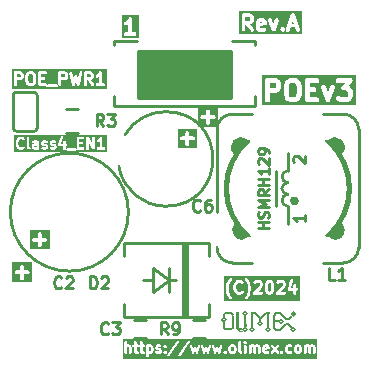
<source format=gbr>
%TF.GenerationSoftware,KiCad,Pcbnew,7.0.11-7.0.11~ubuntu22.04.1*%
%TF.CreationDate,2024-11-21T15:06:29+02:00*%
%TF.ProjectId,POEv3_Rev_A,504f4576-335f-4526-9576-5f412e6b6963,A*%
%TF.SameCoordinates,PX55d4a80PY8a48640*%
%TF.FileFunction,Legend,Top*%
%TF.FilePolarity,Positive*%
%FSLAX46Y46*%
G04 Gerber Fmt 4.6, Leading zero omitted, Abs format (unit mm)*
G04 Created by KiCad (PCBNEW 7.0.11-7.0.11~ubuntu22.04.1) date 2024-11-21 15:06:29*
%MOMM*%
%LPD*%
G01*
G04 APERTURE LIST*
%ADD10C,0.412750*%
%ADD11C,0.317500*%
%ADD12C,0.254000*%
%ADD13C,0.222250*%
%ADD14C,0.250000*%
%ADD15C,0.200000*%
%ADD16C,0.010000*%
%ADD17C,0.012700*%
%ADD18C,0.062500*%
%ADD19C,0.150000*%
%ADD20C,0.600000*%
G04 APERTURE END LIST*
D10*
G36*
X24355704Y23410449D02*
G01*
X24448841Y23317312D01*
X24507434Y23082940D01*
X24507434Y22583417D01*
X24448841Y22349045D01*
X24355702Y22255906D01*
X24271996Y22214053D01*
X24054957Y22214053D01*
X23971250Y22255907D01*
X23878111Y22349046D01*
X23819518Y22583418D01*
X23819518Y23082940D01*
X23878111Y23317313D01*
X23971247Y23410449D01*
X24054957Y23452303D01*
X24271996Y23452303D01*
X24355704Y23410449D01*
G37*
G36*
X22704704Y23410449D02*
G01*
X22735960Y23379193D01*
X22777815Y23295484D01*
X22777815Y23157064D01*
X22735960Y23073355D01*
X22704704Y23042098D01*
X22620996Y23000244D01*
X22247137Y23000244D01*
X22247137Y23452303D01*
X22620996Y23452303D01*
X22704704Y23410449D01*
G37*
G36*
X29480089Y21565446D02*
G01*
X21598530Y21565446D01*
X21598530Y22007678D01*
X21834387Y22007678D01*
X21854825Y21918135D01*
X21912089Y21846328D01*
X21994839Y21806477D01*
X22086685Y21806477D01*
X22169435Y21846328D01*
X22226699Y21918135D01*
X22247137Y22007678D01*
X22247137Y22558012D01*
X23406768Y22558012D01*
X23412408Y22533301D01*
X23412930Y22507959D01*
X23491549Y22193483D01*
X23495892Y22184919D01*
X23496968Y22175376D01*
X23516495Y22144297D01*
X23533094Y22111571D01*
X23540721Y22105742D01*
X23545832Y22097607D01*
X23703071Y21940368D01*
X23731119Y21922745D01*
X23756706Y21901710D01*
X23913944Y21823091D01*
X23915468Y21822720D01*
X23916695Y21821741D01*
X23960018Y21811853D01*
X24003174Y21801326D01*
X24004707Y21801653D01*
X24006238Y21801303D01*
X24320714Y21801303D01*
X24322244Y21801653D01*
X24323778Y21801326D01*
X24366933Y21811853D01*
X24410257Y21821741D01*
X24411483Y21822720D01*
X24413008Y21823091D01*
X24570245Y21901709D01*
X24595831Y21922743D01*
X24623882Y21940368D01*
X24691192Y22007678D01*
X25215006Y22007678D01*
X25220180Y21985010D01*
X25220180Y21961755D01*
X25230270Y21940804D01*
X25235444Y21918135D01*
X25249941Y21899956D01*
X25260031Y21879005D01*
X25278210Y21864508D01*
X25292708Y21846328D01*
X25313658Y21836239D01*
X25331838Y21821741D01*
X25354506Y21816568D01*
X25375458Y21806477D01*
X25398713Y21806477D01*
X25421381Y21801303D01*
X26207571Y21801303D01*
X26297114Y21821741D01*
X26368921Y21879005D01*
X26408772Y21961755D01*
X26408772Y22053601D01*
X26368921Y22136351D01*
X26297114Y22193615D01*
X26207571Y22214053D01*
X25627756Y22214053D01*
X25627756Y22666113D01*
X25971714Y22666113D01*
X26061257Y22686551D01*
X26133064Y22743815D01*
X26172915Y22826565D01*
X26172915Y22918411D01*
X26133064Y23001161D01*
X26061257Y23058425D01*
X25971714Y23078863D01*
X25627756Y23078863D01*
X25627756Y23130134D01*
X26552684Y23130134D01*
X26563553Y23038934D01*
X26956648Y21938267D01*
X26968440Y21919765D01*
X26975555Y21899005D01*
X26992813Y21881523D01*
X27006012Y21860815D01*
X27024661Y21849264D01*
X27040081Y21833644D01*
X27063215Y21825382D01*
X27084091Y21812451D01*
X27105908Y21810135D01*
X27126576Y21802753D01*
X27150999Y21805347D01*
X27175423Y21802753D01*
X27196089Y21810135D01*
X27217909Y21812451D01*
X27238788Y21825384D01*
X27261919Y21833645D01*
X27277333Y21849260D01*
X27295988Y21860814D01*
X27309190Y21881529D01*
X27326444Y21899006D01*
X27333557Y21919761D01*
X27345352Y21938267D01*
X27434551Y22188024D01*
X27810733Y22188024D01*
X27821016Y22096757D01*
X27869880Y22018989D01*
X27948499Y21940369D01*
X27976548Y21922745D01*
X28002135Y21901710D01*
X28159373Y21823091D01*
X28160897Y21822720D01*
X28162124Y21821741D01*
X28205447Y21811853D01*
X28248603Y21801326D01*
X28250136Y21801653D01*
X28251667Y21801303D01*
X28723381Y21801303D01*
X28724911Y21801653D01*
X28726445Y21801326D01*
X28769600Y21811853D01*
X28812924Y21821741D01*
X28814150Y21822720D01*
X28815675Y21823091D01*
X28972912Y21901709D01*
X28998502Y21922746D01*
X29026549Y21940369D01*
X29105168Y22018989D01*
X29122790Y22047036D01*
X29143825Y22072623D01*
X29222444Y22229861D01*
X29222815Y22231386D01*
X29223794Y22232612D01*
X29233682Y22275936D01*
X29244209Y22319091D01*
X29243882Y22320625D01*
X29244232Y22322155D01*
X29244232Y22715250D01*
X29243882Y22716781D01*
X29244209Y22718314D01*
X29233682Y22761470D01*
X29223794Y22804793D01*
X29222815Y22806020D01*
X29222444Y22807544D01*
X29143825Y22964782D01*
X29122790Y22990369D01*
X29105167Y23018417D01*
X29026548Y23097036D01*
X28998500Y23114660D01*
X28972912Y23135695D01*
X28890518Y23176892D01*
X29193170Y23522779D01*
X29195450Y23527010D01*
X29199207Y23530005D01*
X29217142Y23567248D01*
X29236753Y23603625D01*
X29236972Y23608424D01*
X29239058Y23612755D01*
X29239058Y23654098D01*
X29240943Y23695374D01*
X29239058Y23699794D01*
X29239058Y23704601D01*
X29221120Y23741848D01*
X29204909Y23779856D01*
X29201292Y23783021D01*
X29199207Y23787351D01*
X29166887Y23813125D01*
X29135788Y23840337D01*
X29131157Y23841619D01*
X29127400Y23844615D01*
X29087100Y23853814D01*
X29047270Y23864838D01*
X29042542Y23863984D01*
X29037857Y23865053D01*
X28015810Y23865053D01*
X27926267Y23844615D01*
X27854460Y23787351D01*
X27814609Y23704601D01*
X27814609Y23612755D01*
X27854460Y23530005D01*
X27926267Y23472741D01*
X28015810Y23452303D01*
X28583054Y23452303D01*
X28332211Y23165625D01*
X28329930Y23161395D01*
X28326174Y23158399D01*
X28308236Y23121152D01*
X28288628Y23084778D01*
X28288408Y23079981D01*
X28286323Y23075649D01*
X28286323Y23034306D01*
X28284438Y22993030D01*
X28286323Y22988611D01*
X28286323Y22983803D01*
X28304258Y22946561D01*
X28320472Y22908547D01*
X28324089Y22905382D01*
X28326174Y22901053D01*
X28358480Y22875290D01*
X28389593Y22848066D01*
X28394225Y22846784D01*
X28397981Y22843789D01*
X28438271Y22834593D01*
X28478111Y22823566D01*
X28482838Y22824421D01*
X28487524Y22823351D01*
X28674663Y22823351D01*
X28758371Y22781497D01*
X28789627Y22750241D01*
X28831482Y22666532D01*
X28831482Y22370874D01*
X28789627Y22287165D01*
X28758370Y22255907D01*
X28674663Y22214053D01*
X28300386Y22214053D01*
X28216677Y22255907D01*
X28161740Y22310845D01*
X28083972Y22359710D01*
X27992705Y22369994D01*
X27906013Y22339661D01*
X27841068Y22274716D01*
X27810733Y22188024D01*
X27434551Y22188024D01*
X27738447Y23038933D01*
X27749316Y23130134D01*
X27719539Y23217017D01*
X27655014Y23282378D01*
X27568518Y23313270D01*
X27477186Y23303572D01*
X27399107Y23255208D01*
X27349743Y23177756D01*
X27151000Y22621276D01*
X26952257Y23177756D01*
X26902893Y23255209D01*
X26824814Y23303572D01*
X26733481Y23313270D01*
X26646986Y23282379D01*
X26582460Y23217018D01*
X26552684Y23130134D01*
X25627756Y23130134D01*
X25627756Y23452303D01*
X26207571Y23452303D01*
X26297114Y23472741D01*
X26368921Y23530005D01*
X26408772Y23612755D01*
X26408772Y23704601D01*
X26368921Y23787351D01*
X26297114Y23844615D01*
X26207571Y23865053D01*
X25421381Y23865053D01*
X25398713Y23859879D01*
X25375458Y23859879D01*
X25354506Y23849789D01*
X25331838Y23844615D01*
X25313658Y23830118D01*
X25292708Y23820028D01*
X25278210Y23801849D01*
X25260031Y23787351D01*
X25249941Y23766401D01*
X25235444Y23748221D01*
X25230270Y23725553D01*
X25220180Y23704601D01*
X25220180Y23681347D01*
X25215006Y23658678D01*
X25215006Y22007678D01*
X24691192Y22007678D01*
X24781120Y22097607D01*
X24786229Y22105740D01*
X24793858Y22111570D01*
X24810457Y22144300D01*
X24829984Y22175376D01*
X24831059Y22184919D01*
X24835403Y22193483D01*
X24914022Y22507958D01*
X24914543Y22533301D01*
X24920184Y22558012D01*
X24920184Y23108345D01*
X24914543Y23133057D01*
X24914022Y23158399D01*
X24835403Y23472874D01*
X24831059Y23481439D01*
X24829984Y23490982D01*
X24810457Y23522058D01*
X24793858Y23554787D01*
X24786228Y23560619D01*
X24781119Y23568750D01*
X24623881Y23725988D01*
X24595833Y23743612D01*
X24570245Y23764647D01*
X24413008Y23843265D01*
X24411483Y23843637D01*
X24410257Y23844615D01*
X24366933Y23854504D01*
X24323778Y23865030D01*
X24322244Y23864704D01*
X24320714Y23865053D01*
X24006238Y23865053D01*
X24004707Y23864704D01*
X24003174Y23865030D01*
X23960018Y23854504D01*
X23916695Y23844615D01*
X23915468Y23843637D01*
X23913944Y23843265D01*
X23756706Y23764646D01*
X23731119Y23743612D01*
X23703071Y23725988D01*
X23545833Y23568750D01*
X23540722Y23560618D01*
X23533094Y23554786D01*
X23516495Y23522061D01*
X23496968Y23490982D01*
X23495892Y23481439D01*
X23491549Y23472874D01*
X23412930Y23158398D01*
X23412408Y23133057D01*
X23406768Y23108345D01*
X23406768Y22558012D01*
X22247137Y22558012D01*
X22247137Y22587494D01*
X22669714Y22587494D01*
X22671244Y22587844D01*
X22672778Y22587517D01*
X22715933Y22598044D01*
X22759257Y22607932D01*
X22760483Y22608911D01*
X22762008Y22609282D01*
X22919245Y22687900D01*
X22944833Y22708936D01*
X22972881Y22726559D01*
X23051500Y22805178D01*
X23069123Y22833227D01*
X23090158Y22858813D01*
X23168777Y23016051D01*
X23169148Y23017576D01*
X23170127Y23018802D01*
X23180015Y23062126D01*
X23190542Y23105281D01*
X23190215Y23106815D01*
X23190565Y23108345D01*
X23190565Y23344202D01*
X23190215Y23345733D01*
X23190542Y23347266D01*
X23180015Y23390422D01*
X23170127Y23433745D01*
X23169148Y23434972D01*
X23168777Y23436496D01*
X23090158Y23593734D01*
X23069123Y23619321D01*
X23051500Y23647369D01*
X22972881Y23725988D01*
X22944833Y23743612D01*
X22919245Y23764647D01*
X22762008Y23843265D01*
X22760483Y23843637D01*
X22759257Y23844615D01*
X22715933Y23854504D01*
X22672778Y23865030D01*
X22671244Y23864704D01*
X22669714Y23865053D01*
X22040762Y23865053D01*
X22018094Y23859879D01*
X21994839Y23859879D01*
X21973887Y23849789D01*
X21951219Y23844615D01*
X21933039Y23830118D01*
X21912089Y23820028D01*
X21897591Y23801849D01*
X21879412Y23787351D01*
X21869322Y23766401D01*
X21854825Y23748221D01*
X21849651Y23725553D01*
X21839561Y23704601D01*
X21839561Y23681347D01*
X21834387Y23658678D01*
X21834387Y22007678D01*
X21598530Y22007678D01*
X21598530Y24100910D01*
X29480089Y24100910D01*
X29480089Y21565446D01*
G37*
D11*
G36*
X20503345Y29008038D02*
G01*
X20527388Y28983995D01*
X20559584Y28919604D01*
X20559584Y28813128D01*
X20527388Y28748736D01*
X20503344Y28724692D01*
X20438954Y28692496D01*
X20151369Y28692496D01*
X20151369Y29040234D01*
X20438954Y29040234D01*
X20503345Y29008038D01*
G37*
G36*
X21624455Y28598674D02*
G01*
X21360893Y28545962D01*
X21360893Y28556746D01*
X21380944Y28596850D01*
X21421048Y28616901D01*
X21588002Y28616901D01*
X21624455Y28598674D01*
G37*
G36*
X24247604Y28450591D02*
G01*
X24083349Y28450591D01*
X24165476Y28696974D01*
X24247604Y28450591D01*
G37*
G36*
X24925767Y27588805D02*
G01*
X19652440Y27588805D01*
X19652440Y27928984D01*
X19833869Y27928984D01*
X19855137Y27849609D01*
X19913244Y27791502D01*
X19992619Y27770234D01*
X20071994Y27791502D01*
X20130101Y27849609D01*
X20151369Y27928984D01*
X20151369Y28374996D01*
X20212346Y28374996D01*
X20588281Y27837947D01*
X20651223Y27785117D01*
X20732148Y27770836D01*
X20809371Y27798931D01*
X20862201Y27861873D01*
X20876482Y27942799D01*
X20848387Y28020022D01*
X20785113Y28110413D01*
X21043393Y28110413D01*
X21052836Y28075170D01*
X21060152Y28039418D01*
X21120628Y27918466D01*
X21127069Y27911202D01*
X21130140Y27901990D01*
X21153996Y27880836D01*
X21175148Y27856982D01*
X21184358Y27853912D01*
X21191624Y27847469D01*
X21312577Y27786994D01*
X21348320Y27779680D01*
X21383572Y27770234D01*
X21625477Y27770234D01*
X21660727Y27779680D01*
X21696472Y27786994D01*
X21817424Y27847469D01*
X21878908Y27901990D01*
X21904894Y27979948D01*
X21888419Y28060455D01*
X21833899Y28121939D01*
X21755940Y28147925D01*
X21675433Y28131450D01*
X21588002Y28087734D01*
X21421048Y28087734D01*
X21380944Y28107786D01*
X21360893Y28147890D01*
X21360893Y28222175D01*
X21838039Y28317603D01*
X21861257Y28329084D01*
X21886280Y28335788D01*
X21897490Y28346999D01*
X21911701Y28354025D01*
X21926069Y28375578D01*
X21944387Y28393895D01*
X21948490Y28409209D01*
X21957284Y28422399D01*
X21958951Y28448252D01*
X21965655Y28473270D01*
X21965655Y28594222D01*
X21956209Y28629474D01*
X21948895Y28665217D01*
X21888420Y28786170D01*
X21881978Y28793435D01*
X21878908Y28802645D01*
X21877197Y28804162D01*
X22074069Y28804162D01*
X22080736Y28722258D01*
X22383118Y27875590D01*
X22399381Y27852062D01*
X22411628Y27826208D01*
X22422398Y27818764D01*
X22429843Y27807993D01*
X22455696Y27795747D01*
X22479226Y27779482D01*
X22492274Y27778420D01*
X22504109Y27772814D01*
X22532623Y27775136D01*
X22561130Y27772815D01*
X22572961Y27778420D01*
X22586013Y27779482D01*
X22609544Y27795749D01*
X22635395Y27807993D01*
X22642839Y27818764D01*
X22653610Y27826208D01*
X22665855Y27852061D01*
X22682121Y27875591D01*
X22708114Y27948371D01*
X23104992Y27948371D01*
X23128715Y27907283D01*
X23146080Y27877207D01*
X23206556Y27816731D01*
X23224654Y27806282D01*
X23239434Y27791502D01*
X23259620Y27786094D01*
X23277720Y27775643D01*
X23277721Y27775643D01*
X23298622Y27775643D01*
X23318809Y27770234D01*
X23338996Y27775643D01*
X23359897Y27775643D01*
X23377996Y27786093D01*
X23398184Y27791502D01*
X23412963Y27806282D01*
X23419761Y27810206D01*
X23431061Y27816730D01*
X23491538Y27877206D01*
X23491540Y27877208D01*
X23503058Y27897158D01*
X23586616Y27897158D01*
X23623366Y27823658D01*
X23691942Y27778381D01*
X23773969Y27773457D01*
X23847469Y27810207D01*
X23892746Y27878783D01*
X23977515Y28133091D01*
X24353438Y28133091D01*
X24438207Y27878783D01*
X24483484Y27810206D01*
X24556984Y27773456D01*
X24639011Y27778380D01*
X24707587Y27823658D01*
X24744338Y27897158D01*
X24739414Y27979185D01*
X24316079Y29249185D01*
X24298512Y29275792D01*
X24284253Y29304310D01*
X24276151Y29309660D01*
X24270802Y29317761D01*
X24242283Y29332021D01*
X24215677Y29349587D01*
X24205986Y29350169D01*
X24197302Y29354511D01*
X24165476Y29352601D01*
X24133650Y29354511D01*
X24124965Y29350169D01*
X24115275Y29349587D01*
X24088668Y29332021D01*
X24060150Y29317761D01*
X24054800Y29309660D01*
X24046699Y29304310D01*
X24032441Y29275795D01*
X24014872Y29249185D01*
X23591540Y27979185D01*
X23586616Y27897158D01*
X23503058Y27897158D01*
X23508903Y27907283D01*
X23532627Y27948371D01*
X23532628Y28030547D01*
X23491540Y28101712D01*
X23491539Y28101713D01*
X23431062Y28162190D01*
X23431061Y28162191D01*
X23412962Y28172641D01*
X23398184Y28187419D01*
X23377997Y28192828D01*
X23359896Y28203279D01*
X23338993Y28203279D01*
X23318809Y28208687D01*
X23298622Y28203279D01*
X23277720Y28203278D01*
X23259620Y28192828D01*
X23239434Y28187419D01*
X23224654Y28172640D01*
X23206556Y28162190D01*
X23206555Y28162190D01*
X23206555Y28162189D01*
X23146079Y28101712D01*
X23139909Y28091025D01*
X23104992Y28030548D01*
X23104992Y28030547D01*
X23104992Y27948371D01*
X22708114Y27948371D01*
X22984502Y28722258D01*
X22991169Y28804162D01*
X22955991Y28878427D01*
X22888394Y28925153D01*
X22806490Y28931821D01*
X22732224Y28896642D01*
X22685499Y28829045D01*
X22532619Y28400983D01*
X22379740Y28829044D01*
X22333014Y28896642D01*
X22258749Y28931820D01*
X22176845Y28925153D01*
X22109247Y28878427D01*
X22074069Y28804162D01*
X21877197Y28804162D01*
X21855052Y28823799D01*
X21833899Y28847654D01*
X21824688Y28850725D01*
X21817424Y28857166D01*
X21696472Y28917641D01*
X21660727Y28924956D01*
X21625477Y28934401D01*
X21383572Y28934401D01*
X21348320Y28924956D01*
X21312577Y28917641D01*
X21191624Y28857166D01*
X21184358Y28850724D01*
X21175148Y28847653D01*
X21153996Y28823800D01*
X21130140Y28802645D01*
X21127069Y28793434D01*
X21120628Y28786169D01*
X21060152Y28665217D01*
X21052836Y28629466D01*
X21043393Y28594222D01*
X21043393Y28110413D01*
X20785113Y28110413D01*
X20577608Y28406848D01*
X20668376Y28452231D01*
X20687501Y28469191D01*
X20709634Y28481969D01*
X20770111Y28542446D01*
X20782890Y28564581D01*
X20799848Y28583704D01*
X20860324Y28704655D01*
X20867639Y28740403D01*
X20877084Y28775651D01*
X20877084Y28957080D01*
X20867639Y28992329D01*
X20860324Y29028076D01*
X20799848Y29149027D01*
X20782890Y29168151D01*
X20770110Y29190286D01*
X20709633Y29250762D01*
X20687501Y29263540D01*
X20668376Y29280499D01*
X20547424Y29340974D01*
X20511679Y29348289D01*
X20476429Y29357734D01*
X19992619Y29357734D01*
X19913244Y29336466D01*
X19855137Y29278359D01*
X19833869Y29198984D01*
X19833869Y27928984D01*
X19652440Y27928984D01*
X19652440Y29539163D01*
X24925767Y29539163D01*
X24925767Y27588805D01*
G37*
D12*
G36*
X22271434Y6506433D02*
G01*
X22290673Y6487194D01*
X22323601Y6421338D01*
X22364809Y6256506D01*
X22364809Y6045869D01*
X22323601Y5881037D01*
X22290673Y5815181D01*
X22271435Y5795944D01*
X22219924Y5770188D01*
X22183122Y5770188D01*
X22131610Y5795944D01*
X22112373Y5815181D01*
X22079445Y5881037D01*
X22038237Y6045869D01*
X22038237Y6256506D01*
X22079445Y6421338D01*
X22112373Y6487194D01*
X22131612Y6506433D01*
X22183122Y6532188D01*
X22219924Y6532188D01*
X22271434Y6506433D01*
G37*
G36*
X24746278Y4984321D02*
G01*
X18349190Y4984321D01*
X18349190Y5933473D01*
X18494333Y5933473D01*
X18495690Y5928851D01*
X18496799Y5908566D01*
X18545180Y5666661D01*
X18547151Y5662901D01*
X18549231Y5651407D01*
X18597612Y5506265D01*
X18600222Y5502509D01*
X18604503Y5489630D01*
X18652884Y5392868D01*
X18655775Y5389760D01*
X18660806Y5379217D01*
X18757568Y5234074D01*
X18761260Y5230982D01*
X18773435Y5214718D01*
X18821816Y5166337D01*
X18884623Y5132043D01*
X18956001Y5137147D01*
X19013287Y5180032D01*
X19038295Y5247080D01*
X19023084Y5317005D01*
X19001422Y5345943D01*
X18961930Y5385435D01*
X18876532Y5513532D01*
X18835724Y5595147D01*
X18792696Y5724230D01*
X18748333Y5946050D01*
X18748333Y6078616D01*
X19123285Y6078616D01*
X19124257Y6075304D01*
X19127077Y6047814D01*
X19175458Y5854290D01*
X19177710Y5850451D01*
X19185074Y5828296D01*
X19233455Y5731534D01*
X19235075Y5729792D01*
X19235582Y5727465D01*
X19257244Y5698527D01*
X19354006Y5601766D01*
X19364110Y5596249D01*
X19371332Y5587279D01*
X19403649Y5571085D01*
X19548792Y5522705D01*
X19551169Y5522620D01*
X19553172Y5521332D01*
X19588952Y5516188D01*
X19685714Y5516188D01*
X19687997Y5516859D01*
X19690304Y5516271D01*
X19725874Y5522705D01*
X19871017Y5571085D01*
X19880471Y5577656D01*
X19891722Y5580103D01*
X19920660Y5601765D01*
X19969041Y5650146D01*
X20003335Y5712953D01*
X19998231Y5784331D01*
X19955346Y5841617D01*
X19888298Y5866625D01*
X19818373Y5851414D01*
X19789435Y5829752D01*
X19762252Y5802570D01*
X19665105Y5770188D01*
X19609561Y5770188D01*
X19512412Y5802571D01*
X19451421Y5863562D01*
X19418493Y5929418D01*
X19377285Y6094250D01*
X19377285Y6208125D01*
X19418493Y6372957D01*
X19451421Y6438814D01*
X19512411Y6499805D01*
X19609562Y6532188D01*
X19665104Y6532188D01*
X19762253Y6499805D01*
X19789435Y6472623D01*
X19852242Y6438329D01*
X19923620Y6443433D01*
X19980906Y6486318D01*
X20005914Y6553366D01*
X19990703Y6623291D01*
X19969041Y6652229D01*
X19920660Y6700610D01*
X19910554Y6706128D01*
X19903335Y6715095D01*
X19871018Y6731290D01*
X19725875Y6779671D01*
X19723496Y6779758D01*
X19721494Y6781044D01*
X19685714Y6786188D01*
X19588952Y6786188D01*
X19586667Y6785518D01*
X19584361Y6786105D01*
X19548791Y6779671D01*
X19403648Y6731290D01*
X19394193Y6724720D01*
X19382944Y6722272D01*
X19354006Y6700609D01*
X19257244Y6603848D01*
X19256102Y6601759D01*
X19254057Y6600543D01*
X19233455Y6570841D01*
X19185074Y6474079D01*
X19184285Y6469699D01*
X19175458Y6448085D01*
X19127077Y6254561D01*
X19127217Y6251111D01*
X19123285Y6223759D01*
X19123285Y6078616D01*
X18748333Y6078616D01*
X18748333Y6114421D01*
X18792697Y6336242D01*
X18835725Y6465325D01*
X18876531Y6546939D01*
X18961931Y6675037D01*
X19001422Y6714527D01*
X19035716Y6777334D01*
X19033138Y6813390D01*
X20091228Y6813390D01*
X20106439Y6743465D01*
X20128101Y6714527D01*
X20167593Y6675035D01*
X20252991Y6546939D01*
X20293798Y6465325D01*
X20336825Y6336243D01*
X20381190Y6114420D01*
X20381190Y5946050D01*
X20336825Y5724228D01*
X20293798Y5595147D01*
X20252991Y5513532D01*
X20167593Y5385435D01*
X20128101Y5345943D01*
X20093807Y5283136D01*
X20098911Y5211758D01*
X20141796Y5154471D01*
X20208844Y5129464D01*
X20278769Y5144675D01*
X20307707Y5166337D01*
X20356088Y5214718D01*
X20358398Y5218951D01*
X20371955Y5234074D01*
X20468717Y5379217D01*
X20469981Y5383270D01*
X20476639Y5392868D01*
X20525020Y5489630D01*
X20525829Y5494131D01*
X20531911Y5506265D01*
X20571528Y5625114D01*
X20769530Y5625114D01*
X20775260Y5612567D01*
X20776244Y5598807D01*
X20789835Y5580651D01*
X20799257Y5560021D01*
X20810862Y5552563D01*
X20819129Y5541520D01*
X20840374Y5533596D01*
X20859457Y5521332D01*
X20881908Y5518105D01*
X20886177Y5516512D01*
X20888885Y5517102D01*
X20895237Y5516188D01*
X21524190Y5516188D01*
X21592851Y5536349D01*
X21639713Y5590430D01*
X21649897Y5661262D01*
X21620170Y5726355D01*
X21559970Y5765044D01*
X21524190Y5770188D01*
X21201842Y5770188D01*
X21461890Y6030235D01*
X21784237Y6030235D01*
X21785209Y6026923D01*
X21788029Y5999433D01*
X21836410Y5805909D01*
X21838662Y5802070D01*
X21846026Y5779915D01*
X21894407Y5683153D01*
X21896027Y5681411D01*
X21896534Y5679084D01*
X21918196Y5650146D01*
X21966577Y5601765D01*
X21968667Y5600624D01*
X21969883Y5598577D01*
X21999585Y5577975D01*
X22096347Y5529595D01*
X22107677Y5527557D01*
X22117362Y5521332D01*
X22153142Y5516188D01*
X22249904Y5516188D01*
X22260948Y5519432D01*
X22272396Y5518195D01*
X22306699Y5529595D01*
X22403461Y5577975D01*
X22405204Y5579597D01*
X22407531Y5580103D01*
X22436469Y5601765D01*
X22459818Y5625114D01*
X22704768Y5625114D01*
X22710498Y5612567D01*
X22711482Y5598807D01*
X22725073Y5580651D01*
X22734495Y5560021D01*
X22746100Y5552563D01*
X22754367Y5541520D01*
X22775612Y5533596D01*
X22794695Y5521332D01*
X22817146Y5518105D01*
X22821415Y5516512D01*
X22824123Y5517102D01*
X22830475Y5516188D01*
X23459428Y5516188D01*
X23528089Y5536349D01*
X23574951Y5590430D01*
X23585135Y5661262D01*
X23555408Y5726355D01*
X23495208Y5765044D01*
X23459428Y5770188D01*
X23137080Y5770188D01*
X23330673Y5963780D01*
X23720768Y5963780D01*
X23723657Y5957454D01*
X23723406Y5950502D01*
X23738333Y5925318D01*
X23750495Y5898687D01*
X23756346Y5894927D01*
X23759893Y5888943D01*
X23786064Y5875828D01*
X23810695Y5859998D01*
X23820449Y5858596D01*
X23823869Y5856882D01*
X23828740Y5857404D01*
X23846475Y5854854D01*
X24203285Y5854854D01*
X24203285Y5643188D01*
X24223446Y5574527D01*
X24277527Y5527665D01*
X24348359Y5517481D01*
X24413452Y5547208D01*
X24452141Y5607408D01*
X24457285Y5643188D01*
X24457285Y5854854D01*
X24475428Y5854854D01*
X24544089Y5875015D01*
X24590951Y5929096D01*
X24601135Y5999928D01*
X24571408Y6065021D01*
X24511208Y6103710D01*
X24475428Y6108854D01*
X24457285Y6108854D01*
X24457285Y6320521D01*
X24437124Y6389182D01*
X24383043Y6436044D01*
X24312211Y6446228D01*
X24247118Y6416501D01*
X24208429Y6356301D01*
X24203285Y6320521D01*
X24203285Y6108854D01*
X24022678Y6108854D01*
X24208863Y6667407D01*
X24211449Y6738920D01*
X24174962Y6800479D01*
X24110986Y6832540D01*
X24039832Y6824923D01*
X23984092Y6780046D01*
X23967897Y6747729D01*
X23725992Y6022015D01*
X23724933Y5992755D01*
X23720768Y5963780D01*
X23330673Y5963780D01*
X23500849Y6133956D01*
X23506366Y6144061D01*
X23515335Y6151281D01*
X23531530Y6183598D01*
X23579911Y6328741D01*
X23579997Y6331120D01*
X23581284Y6333122D01*
X23586428Y6368902D01*
X23586428Y6465664D01*
X23583184Y6476710D01*
X23584421Y6488157D01*
X23573020Y6522460D01*
X23524639Y6619222D01*
X23523018Y6620965D01*
X23522512Y6623291D01*
X23500850Y6652229D01*
X23452469Y6700610D01*
X23450379Y6701752D01*
X23449164Y6703797D01*
X23419462Y6724399D01*
X23322700Y6772780D01*
X23311370Y6774819D01*
X23301684Y6781044D01*
X23265904Y6786188D01*
X23023999Y6786188D01*
X23012953Y6782945D01*
X23001506Y6784181D01*
X22967203Y6772780D01*
X22870441Y6724399D01*
X22868698Y6722779D01*
X22866372Y6722272D01*
X22837434Y6700610D01*
X22789053Y6652229D01*
X22754759Y6589422D01*
X22759863Y6518044D01*
X22802748Y6460757D01*
X22869796Y6435750D01*
X22939721Y6450961D01*
X22968659Y6472623D01*
X23002469Y6506433D01*
X23053979Y6532188D01*
X23235924Y6532188D01*
X23287434Y6506433D01*
X23306673Y6487194D01*
X23332428Y6435684D01*
X23332428Y6389512D01*
X23300045Y6292363D01*
X22740673Y5732991D01*
X22729804Y5713087D01*
X22714952Y5695946D01*
X22712988Y5682291D01*
X22706378Y5670184D01*
X22707995Y5647563D01*
X22704768Y5625114D01*
X22459818Y5625114D01*
X22484850Y5650146D01*
X22485991Y5652236D01*
X22488037Y5653451D01*
X22508639Y5683153D01*
X22557020Y5779915D01*
X22557808Y5784296D01*
X22566636Y5805909D01*
X22615017Y5999433D01*
X22614876Y6002884D01*
X22618809Y6030235D01*
X22618809Y6272140D01*
X22617836Y6275453D01*
X22615017Y6302942D01*
X22566636Y6496466D01*
X22564383Y6500306D01*
X22557020Y6522460D01*
X22508639Y6619222D01*
X22507018Y6620965D01*
X22506512Y6623291D01*
X22484850Y6652229D01*
X22436469Y6700610D01*
X22434379Y6701752D01*
X22433164Y6703797D01*
X22403462Y6724399D01*
X22306700Y6772780D01*
X22295370Y6774819D01*
X22285684Y6781044D01*
X22249904Y6786188D01*
X22153142Y6786188D01*
X22142096Y6782945D01*
X22130649Y6784181D01*
X22096346Y6772780D01*
X21999584Y6724399D01*
X21997841Y6722779D01*
X21995515Y6722272D01*
X21966577Y6700610D01*
X21918196Y6652229D01*
X21917054Y6650140D01*
X21915009Y6648924D01*
X21894407Y6619222D01*
X21846026Y6522460D01*
X21845237Y6518080D01*
X21836410Y6496466D01*
X21788029Y6302942D01*
X21788169Y6299492D01*
X21784237Y6272140D01*
X21784237Y6030235D01*
X21461890Y6030235D01*
X21565611Y6133956D01*
X21571128Y6144061D01*
X21580097Y6151281D01*
X21596292Y6183598D01*
X21644673Y6328741D01*
X21644759Y6331120D01*
X21646046Y6333122D01*
X21651190Y6368902D01*
X21651190Y6465664D01*
X21647946Y6476710D01*
X21649183Y6488157D01*
X21637782Y6522460D01*
X21589401Y6619222D01*
X21587780Y6620965D01*
X21587274Y6623291D01*
X21565612Y6652229D01*
X21517231Y6700610D01*
X21515141Y6701752D01*
X21513926Y6703797D01*
X21484224Y6724399D01*
X21387462Y6772780D01*
X21376132Y6774819D01*
X21366446Y6781044D01*
X21330666Y6786188D01*
X21088761Y6786188D01*
X21077715Y6782945D01*
X21066268Y6784181D01*
X21031965Y6772780D01*
X20935203Y6724399D01*
X20933460Y6722779D01*
X20931134Y6722272D01*
X20902196Y6700610D01*
X20853815Y6652229D01*
X20819521Y6589422D01*
X20824625Y6518044D01*
X20867510Y6460757D01*
X20934558Y6435750D01*
X21004483Y6450961D01*
X21033421Y6472623D01*
X21067231Y6506433D01*
X21118741Y6532188D01*
X21300686Y6532188D01*
X21352196Y6506433D01*
X21371435Y6487194D01*
X21397190Y6435684D01*
X21397190Y6389512D01*
X21364807Y6292363D01*
X20805435Y5732991D01*
X20794566Y5713087D01*
X20779714Y5695946D01*
X20777750Y5682291D01*
X20771140Y5670184D01*
X20772757Y5647563D01*
X20769530Y5625114D01*
X20571528Y5625114D01*
X20580292Y5651407D01*
X20580445Y5655650D01*
X20584343Y5666661D01*
X20632724Y5908567D01*
X20632299Y5913368D01*
X20635190Y5933473D01*
X20635190Y6126997D01*
X20633832Y6131620D01*
X20632724Y6151903D01*
X20584343Y6393809D01*
X20582371Y6397570D01*
X20580292Y6409063D01*
X20531911Y6554206D01*
X20529300Y6557963D01*
X20525020Y6570841D01*
X20476639Y6667603D01*
X20473748Y6670711D01*
X20468717Y6681255D01*
X20371955Y6826396D01*
X20368262Y6829489D01*
X20356088Y6845752D01*
X20307707Y6894133D01*
X20244900Y6928427D01*
X20173522Y6923323D01*
X20116235Y6880438D01*
X20091228Y6813390D01*
X19033138Y6813390D01*
X19030612Y6848712D01*
X18987727Y6905998D01*
X18920679Y6931006D01*
X18850754Y6915795D01*
X18821816Y6894133D01*
X18773435Y6845752D01*
X18771124Y6841520D01*
X18757568Y6826396D01*
X18660806Y6681254D01*
X18659541Y6677202D01*
X18652884Y6667603D01*
X18604503Y6570841D01*
X18603693Y6566341D01*
X18597612Y6554206D01*
X18549231Y6409063D01*
X18549077Y6404821D01*
X18545180Y6393809D01*
X18496799Y6151904D01*
X18497223Y6147103D01*
X18494333Y6126997D01*
X18494333Y5933473D01*
X18349190Y5933473D01*
X18349190Y7076149D01*
X24746278Y7076149D01*
X24746278Y4984321D01*
G37*
D13*
G36*
X12113342Y1059293D02*
G01*
X12130172Y1042463D01*
X12152710Y997388D01*
X12152710Y795856D01*
X12130171Y750781D01*
X12113340Y733949D01*
X12068269Y711413D01*
X11951626Y711413D01*
X11951626Y1081830D01*
X12068268Y1081830D01*
X12113342Y1059293D01*
G37*
G36*
X19140673Y1059293D02*
G01*
X19157503Y1042463D01*
X19180041Y997388D01*
X19180041Y795856D01*
X19157502Y750781D01*
X19140671Y733949D01*
X19095600Y711413D01*
X19021064Y711413D01*
X18975991Y733950D01*
X18959161Y750780D01*
X18936624Y795854D01*
X18936624Y997390D01*
X18959159Y1042461D01*
X18975991Y1059292D01*
X19021067Y1081830D01*
X19095599Y1081830D01*
X19140673Y1059293D01*
G37*
G36*
X21999783Y1069071D02*
G01*
X21815290Y1032172D01*
X21815290Y1039722D01*
X21829325Y1067794D01*
X21857398Y1081830D01*
X21974265Y1081830D01*
X21999783Y1069071D01*
G37*
G36*
X24686339Y1059293D02*
G01*
X24703169Y1042463D01*
X24725707Y997388D01*
X24725707Y795856D01*
X24703168Y750781D01*
X24686337Y733949D01*
X24641266Y711413D01*
X24566730Y711413D01*
X24521657Y733950D01*
X24504827Y750780D01*
X24482290Y795854D01*
X24482290Y997390D01*
X24504825Y1042461D01*
X24521657Y1059292D01*
X24566733Y1081830D01*
X24641265Y1081830D01*
X24686339Y1059293D01*
G37*
G36*
X26217956Y71269D02*
G01*
X9782043Y71269D01*
X9782043Y303955D01*
X11729376Y303955D01*
X11750599Y238637D01*
X11806161Y198269D01*
X11874841Y198269D01*
X11930403Y238637D01*
X11951626Y303955D01*
X11951626Y384142D01*
X13549799Y384142D01*
X13573637Y319733D01*
X13630783Y281637D01*
X13699405Y284404D01*
X13753296Y326980D01*
X13791404Y384142D01*
X14481132Y384142D01*
X14504970Y319733D01*
X14562116Y281637D01*
X14630738Y284404D01*
X14684629Y326980D01*
X15241594Y1162427D01*
X15458985Y1162427D01*
X15628318Y569760D01*
X15646588Y542616D01*
X15664032Y514915D01*
X15665677Y514257D01*
X15666668Y512785D01*
X15697433Y501554D01*
X15727800Y489407D01*
X15729517Y489842D01*
X15731182Y489234D01*
X15762645Y498224D01*
X15794380Y506253D01*
X15795514Y507615D01*
X15797220Y508102D01*
X15817401Y533883D01*
X15838344Y559017D01*
X15904500Y724409D01*
X15970657Y559017D01*
X15991599Y533883D01*
X16011781Y508102D01*
X16013486Y507615D01*
X16014621Y506253D01*
X16046355Y498224D01*
X16077819Y489234D01*
X16079483Y489842D01*
X16081201Y489407D01*
X16111567Y501554D01*
X16142333Y512785D01*
X16143323Y514257D01*
X16144969Y514915D01*
X16162407Y542610D01*
X16180683Y569760D01*
X16350016Y1162427D01*
X16390318Y1162427D01*
X16559651Y569760D01*
X16577921Y542616D01*
X16595365Y514915D01*
X16597010Y514257D01*
X16598001Y512785D01*
X16628766Y501554D01*
X16659133Y489407D01*
X16660850Y489842D01*
X16662515Y489234D01*
X16693978Y498224D01*
X16725713Y506253D01*
X16726847Y507615D01*
X16728553Y508102D01*
X16748734Y533883D01*
X16769677Y559017D01*
X16835833Y724409D01*
X16901990Y559017D01*
X16922932Y533883D01*
X16943114Y508102D01*
X16944819Y507615D01*
X16945954Y506253D01*
X16977688Y498224D01*
X17009152Y489234D01*
X17010816Y489842D01*
X17012534Y489407D01*
X17042900Y501554D01*
X17073666Y512785D01*
X17074656Y514257D01*
X17076302Y514915D01*
X17093740Y542610D01*
X17112016Y569760D01*
X17281349Y1162427D01*
X17321651Y1162427D01*
X17490984Y569760D01*
X17509254Y542616D01*
X17526698Y514915D01*
X17528343Y514257D01*
X17529334Y512785D01*
X17560099Y501554D01*
X17590466Y489407D01*
X17592183Y489842D01*
X17593848Y489234D01*
X17625311Y498224D01*
X17657046Y506253D01*
X17658180Y507615D01*
X17659886Y508102D01*
X17680067Y533883D01*
X17701010Y559017D01*
X17767166Y724409D01*
X17833323Y559017D01*
X17854265Y533883D01*
X17874447Y508102D01*
X17876152Y507615D01*
X17877287Y506253D01*
X17909021Y498224D01*
X17940485Y489234D01*
X17942149Y489842D01*
X17943867Y489407D01*
X17974233Y501554D01*
X18004999Y512785D01*
X18005989Y514257D01*
X18007635Y514915D01*
X18025073Y542610D01*
X18043349Y569760D01*
X18059200Y625237D01*
X18292409Y625237D01*
X18300399Y609556D01*
X18303153Y592171D01*
X18315598Y579726D01*
X18323589Y564044D01*
X18365922Y521711D01*
X18381603Y513721D01*
X18394049Y501275D01*
X18402905Y499873D01*
X18410159Y494602D01*
X18419126Y494602D01*
X18427116Y490531D01*
X18444498Y493285D01*
X18461881Y490531D01*
X18469871Y494602D01*
X18478839Y494602D01*
X18486093Y499873D01*
X18494948Y501275D01*
X18507392Y513720D01*
X18523075Y521710D01*
X18565410Y564043D01*
X18573402Y579729D01*
X18585846Y592172D01*
X18588598Y609554D01*
X18596590Y625236D01*
X18593836Y642622D01*
X18596590Y660005D01*
X18588600Y675686D01*
X18585847Y693069D01*
X18573400Y705516D01*
X18565410Y721198D01*
X18523076Y763532D01*
X18511126Y769621D01*
X18714374Y769621D01*
X18722290Y745257D01*
X18726106Y719924D01*
X18768439Y635259D01*
X18781077Y622427D01*
X18789255Y606378D01*
X18831589Y564044D01*
X18847635Y555868D01*
X18860469Y543228D01*
X18945135Y500895D01*
X18970467Y497080D01*
X18994832Y489163D01*
X19121832Y489163D01*
X19146197Y497080D01*
X19171528Y500895D01*
X19256195Y543227D01*
X19269029Y555868D01*
X19285077Y564045D01*
X19327410Y606379D01*
X19335585Y622425D01*
X19348225Y635257D01*
X19390559Y719924D01*
X19391668Y727288D01*
X19561040Y727288D01*
X19568956Y702924D01*
X19572772Y677591D01*
X19615106Y592924D01*
X19615725Y592295D01*
X19615871Y591421D01*
X19639782Y567871D01*
X19663300Y543993D01*
X19664172Y543849D01*
X19664802Y543228D01*
X19749468Y500895D01*
X19817381Y490666D01*
X19878336Y522309D01*
X19909050Y583739D01*
X19897792Y651488D01*
X19848861Y699681D01*
X19797326Y725449D01*
X19783290Y753522D01*
X19783290Y1429573D01*
X19985742Y1429573D01*
X19993732Y1413891D01*
X19996486Y1396506D01*
X20008930Y1384062D01*
X20016921Y1368379D01*
X20059254Y1326044D01*
X20074939Y1318052D01*
X20087383Y1305608D01*
X20096237Y1304206D01*
X20103492Y1298935D01*
X20112457Y1298935D01*
X20113034Y1298641D01*
X20103492Y1298641D01*
X20047930Y1258273D01*
X20026707Y1192955D01*
X20026707Y600288D01*
X20047930Y534970D01*
X20103492Y494602D01*
X20172172Y494602D01*
X20227734Y534970D01*
X20248957Y600288D01*
X20450040Y600288D01*
X20471263Y534970D01*
X20526825Y494602D01*
X20595505Y494602D01*
X20651067Y534970D01*
X20672290Y600288D01*
X20672290Y1060775D01*
X20714400Y1081830D01*
X20788932Y1081830D01*
X20817004Y1067794D01*
X20831040Y1039723D01*
X20831040Y600288D01*
X20852263Y534970D01*
X20907825Y494602D01*
X20976505Y494602D01*
X21032067Y534970D01*
X21053290Y600288D01*
X21053290Y1039721D01*
X21067326Y1067794D01*
X21095400Y1081830D01*
X21169932Y1081830D01*
X21198004Y1067794D01*
X21212040Y1039723D01*
X21212040Y600288D01*
X21233263Y534970D01*
X21288825Y494602D01*
X21357505Y494602D01*
X21413067Y534970D01*
X21434290Y600288D01*
X21434290Y727288D01*
X21593040Y727288D01*
X21600956Y702923D01*
X21604772Y677592D01*
X21647104Y592925D01*
X21647726Y592294D01*
X21647871Y591421D01*
X21671748Y567904D01*
X21695298Y543994D01*
X21696171Y543849D01*
X21696802Y543228D01*
X21781469Y500895D01*
X21806799Y497080D01*
X21831165Y489163D01*
X22000498Y489163D01*
X22024863Y497080D01*
X22050194Y500895D01*
X22134861Y543227D01*
X22183792Y591421D01*
X22185961Y604471D01*
X22312786Y604471D01*
X22331535Y538401D01*
X22385539Y495969D01*
X22454169Y493384D01*
X22511212Y531633D01*
X22656664Y716756D01*
X22802118Y531633D01*
X22859161Y493384D01*
X22927791Y495969D01*
X22981795Y538401D01*
X23000544Y604471D01*
X22992921Y625237D01*
X23076075Y625237D01*
X23084065Y609556D01*
X23086819Y592171D01*
X23099264Y579726D01*
X23107255Y564044D01*
X23149588Y521711D01*
X23165269Y513721D01*
X23177715Y501275D01*
X23186571Y499873D01*
X23193825Y494602D01*
X23202792Y494602D01*
X23210782Y490531D01*
X23228164Y493285D01*
X23245547Y490531D01*
X23253537Y494602D01*
X23262505Y494602D01*
X23269759Y499873D01*
X23278614Y501275D01*
X23291058Y513720D01*
X23306741Y521710D01*
X23349076Y564043D01*
X23357068Y579729D01*
X23369512Y592172D01*
X23372264Y609554D01*
X23380256Y625236D01*
X23377502Y642622D01*
X23380256Y660005D01*
X23372266Y675686D01*
X23369513Y693069D01*
X23357066Y705516D01*
X23349076Y721198D01*
X23306742Y763532D01*
X23294792Y769621D01*
X23498040Y769621D01*
X23505956Y745257D01*
X23509772Y719924D01*
X23552105Y635259D01*
X23564743Y622427D01*
X23572921Y606378D01*
X23615255Y564044D01*
X23631301Y555868D01*
X23644135Y543228D01*
X23728801Y500895D01*
X23754133Y497080D01*
X23778498Y489163D01*
X23947832Y489163D01*
X23972196Y497080D01*
X23997529Y500895D01*
X24082194Y543228D01*
X24131125Y591421D01*
X24142383Y659170D01*
X24111669Y720600D01*
X24050714Y752243D01*
X23982801Y742014D01*
X23921599Y711413D01*
X23804730Y711413D01*
X23759657Y733950D01*
X23742827Y750780D01*
X23733406Y769621D01*
X24260040Y769621D01*
X24267956Y745257D01*
X24271772Y719924D01*
X24314105Y635259D01*
X24326743Y622427D01*
X24334921Y606378D01*
X24377255Y564044D01*
X24393301Y555868D01*
X24406135Y543228D01*
X24490801Y500895D01*
X24516133Y497080D01*
X24540498Y489163D01*
X24667498Y489163D01*
X24691863Y497080D01*
X24717194Y500895D01*
X24801861Y543227D01*
X24814695Y555868D01*
X24830743Y564045D01*
X24866985Y600288D01*
X25106706Y600288D01*
X25127929Y534970D01*
X25183491Y494602D01*
X25252171Y494602D01*
X25307733Y534970D01*
X25328956Y600288D01*
X25328956Y1060775D01*
X25371066Y1081830D01*
X25445598Y1081830D01*
X25473670Y1067794D01*
X25487706Y1039723D01*
X25487706Y600288D01*
X25508929Y534970D01*
X25564491Y494602D01*
X25633171Y494602D01*
X25688733Y534970D01*
X25709956Y600288D01*
X25709956Y1039721D01*
X25723992Y1067794D01*
X25752066Y1081830D01*
X25826598Y1081830D01*
X25854670Y1067794D01*
X25868706Y1039723D01*
X25868706Y600288D01*
X25889929Y534970D01*
X25945491Y494602D01*
X26014171Y494602D01*
X26069733Y534970D01*
X26090956Y600288D01*
X26090956Y1065955D01*
X26083039Y1090320D01*
X26079224Y1115652D01*
X26036891Y1200318D01*
X26036270Y1200948D01*
X26036126Y1201820D01*
X26012248Y1225338D01*
X25988698Y1249249D01*
X25987824Y1249395D01*
X25987195Y1250014D01*
X25902528Y1292348D01*
X25877195Y1296164D01*
X25852831Y1304080D01*
X25725831Y1304080D01*
X25701466Y1296164D01*
X25676134Y1292348D01*
X25598831Y1253697D01*
X25521528Y1292348D01*
X25496195Y1296164D01*
X25471831Y1304080D01*
X25344831Y1304080D01*
X25320466Y1296164D01*
X25295134Y1292348D01*
X25274815Y1282189D01*
X25252171Y1298641D01*
X25183491Y1298641D01*
X25127929Y1258273D01*
X25106706Y1192955D01*
X25106706Y600288D01*
X24866985Y600288D01*
X24873076Y606379D01*
X24881251Y622425D01*
X24893891Y635257D01*
X24936225Y719924D01*
X24940040Y745257D01*
X24947957Y769621D01*
X24947957Y1023621D01*
X24940040Y1047986D01*
X24936225Y1073318D01*
X24893891Y1157985D01*
X24881251Y1170818D01*
X24873075Y1186865D01*
X24830742Y1229198D01*
X24814694Y1237375D01*
X24801862Y1250014D01*
X24717195Y1292348D01*
X24691862Y1296164D01*
X24667498Y1304080D01*
X24540498Y1304080D01*
X24516133Y1296164D01*
X24490801Y1292348D01*
X24406134Y1250014D01*
X24393301Y1237375D01*
X24377256Y1229199D01*
X24334922Y1186866D01*
X24326744Y1170819D01*
X24314104Y1157984D01*
X24271772Y1073317D01*
X24267956Y1047987D01*
X24260040Y1023621D01*
X24260040Y769621D01*
X23733406Y769621D01*
X23720290Y795854D01*
X23720290Y997390D01*
X23742825Y1042461D01*
X23759657Y1059292D01*
X23804733Y1081830D01*
X23921598Y1081830D01*
X23982801Y1051228D01*
X24050714Y1040999D01*
X24111668Y1072641D01*
X24142384Y1134070D01*
X24131126Y1201820D01*
X24082196Y1250014D01*
X23997530Y1292348D01*
X23972195Y1296164D01*
X23947832Y1304080D01*
X23778498Y1304080D01*
X23754133Y1296164D01*
X23728801Y1292348D01*
X23644134Y1250014D01*
X23631301Y1237375D01*
X23615256Y1229199D01*
X23572922Y1186866D01*
X23564744Y1170819D01*
X23552104Y1157984D01*
X23509772Y1073317D01*
X23505956Y1047987D01*
X23498040Y1023621D01*
X23498040Y769621D01*
X23294792Y769621D01*
X23291059Y771523D01*
X23278613Y783969D01*
X23269758Y785372D01*
X23262505Y790641D01*
X23253539Y790641D01*
X23245549Y794712D01*
X23228165Y791959D01*
X23210780Y794712D01*
X23202790Y790641D01*
X23193825Y790641D01*
X23186570Y785371D01*
X23177716Y783968D01*
X23165272Y771525D01*
X23149587Y763532D01*
X23107254Y721197D01*
X23099263Y705515D01*
X23086819Y693070D01*
X23084065Y675686D01*
X23076075Y660003D01*
X23078828Y642621D01*
X23076075Y625237D01*
X22992921Y625237D01*
X22976877Y668944D01*
X22797987Y896622D01*
X22976877Y1124299D01*
X23000544Y1188772D01*
X22981795Y1254842D01*
X22927791Y1297274D01*
X22859161Y1299859D01*
X22802118Y1261610D01*
X22656664Y1076488D01*
X22511212Y1261610D01*
X22454169Y1299859D01*
X22385539Y1297274D01*
X22331535Y1254842D01*
X22312786Y1188772D01*
X22336452Y1124300D01*
X22515341Y896622D01*
X22336452Y668943D01*
X22312786Y604471D01*
X22185961Y604471D01*
X22195051Y659170D01*
X22164336Y720599D01*
X22103382Y752243D01*
X22035469Y742014D01*
X21974266Y711413D01*
X21857398Y711413D01*
X21829325Y725449D01*
X21815290Y753520D01*
X21815290Y805521D01*
X22149292Y872321D01*
X22155136Y875602D01*
X22161838Y875602D01*
X22184622Y892156D01*
X22209179Y905942D01*
X22211978Y912031D01*
X22217400Y915970D01*
X22226101Y942751D01*
X22237867Y968342D01*
X22236552Y974916D01*
X22238623Y981288D01*
X22238623Y1065955D01*
X22230706Y1090320D01*
X22226891Y1115652D01*
X22184558Y1200318D01*
X22183937Y1200948D01*
X22183793Y1201820D01*
X22159915Y1225338D01*
X22136365Y1249249D01*
X22135491Y1249395D01*
X22134862Y1250014D01*
X22050195Y1292348D01*
X22024862Y1296164D01*
X22000498Y1304080D01*
X21831165Y1304080D01*
X21806800Y1296164D01*
X21781468Y1292348D01*
X21696801Y1250014D01*
X21696170Y1249393D01*
X21695298Y1249248D01*
X21671780Y1225371D01*
X21647870Y1201820D01*
X21647724Y1200947D01*
X21647105Y1200317D01*
X21604772Y1115652D01*
X21600956Y1090320D01*
X21593040Y1065955D01*
X21593040Y727288D01*
X21434290Y727288D01*
X21434290Y1065955D01*
X21426373Y1090320D01*
X21422558Y1115652D01*
X21380225Y1200318D01*
X21379604Y1200948D01*
X21379460Y1201820D01*
X21355582Y1225338D01*
X21332032Y1249249D01*
X21331158Y1249395D01*
X21330529Y1250014D01*
X21245862Y1292348D01*
X21220529Y1296164D01*
X21196165Y1304080D01*
X21069165Y1304080D01*
X21044800Y1296164D01*
X21019468Y1292348D01*
X20942165Y1253697D01*
X20864862Y1292348D01*
X20839529Y1296164D01*
X20815165Y1304080D01*
X20688165Y1304080D01*
X20663800Y1296164D01*
X20638468Y1292348D01*
X20618149Y1282189D01*
X20595505Y1298641D01*
X20526825Y1298641D01*
X20471263Y1258273D01*
X20450040Y1192955D01*
X20450040Y600288D01*
X20248957Y600288D01*
X20248957Y1192955D01*
X20227734Y1258273D01*
X20172172Y1298641D01*
X20162629Y1298641D01*
X20163206Y1298935D01*
X20172172Y1298935D01*
X20179425Y1304205D01*
X20188280Y1305607D01*
X20200726Y1318054D01*
X20216409Y1326044D01*
X20258743Y1368378D01*
X20266733Y1384061D01*
X20279180Y1396507D01*
X20281933Y1413891D01*
X20289923Y1429571D01*
X20287169Y1446955D01*
X20289923Y1464340D01*
X20281931Y1480023D01*
X20279179Y1497404D01*
X20266735Y1509848D01*
X20258743Y1525533D01*
X20216408Y1567866D01*
X20200725Y1575857D01*
X20188281Y1588301D01*
X20179426Y1589704D01*
X20172172Y1594974D01*
X20163204Y1594974D01*
X20155214Y1599045D01*
X20137831Y1596292D01*
X20120449Y1599045D01*
X20112459Y1594974D01*
X20103492Y1594974D01*
X20096238Y1589704D01*
X20087382Y1588301D01*
X20074936Y1575856D01*
X20059255Y1567865D01*
X20016922Y1525532D01*
X20008931Y1509851D01*
X19996486Y1497405D01*
X19993732Y1480021D01*
X19985742Y1464339D01*
X19988495Y1446956D01*
X19985742Y1429573D01*
X19783290Y1429573D01*
X19783290Y1489288D01*
X19762067Y1554606D01*
X19706505Y1594974D01*
X19637825Y1594974D01*
X19582263Y1554606D01*
X19561040Y1489288D01*
X19561040Y727288D01*
X19391668Y727288D01*
X19394374Y745257D01*
X19402291Y769621D01*
X19402291Y1023621D01*
X19394374Y1047986D01*
X19390559Y1073318D01*
X19348225Y1157985D01*
X19335585Y1170818D01*
X19327409Y1186865D01*
X19285076Y1229198D01*
X19269028Y1237375D01*
X19256196Y1250014D01*
X19171529Y1292348D01*
X19146196Y1296164D01*
X19121832Y1304080D01*
X18994832Y1304080D01*
X18970467Y1296164D01*
X18945135Y1292348D01*
X18860468Y1250014D01*
X18847635Y1237375D01*
X18831590Y1229199D01*
X18789256Y1186866D01*
X18781078Y1170819D01*
X18768438Y1157984D01*
X18726106Y1073317D01*
X18722290Y1047987D01*
X18714374Y1023621D01*
X18714374Y769621D01*
X18511126Y769621D01*
X18507393Y771523D01*
X18494947Y783969D01*
X18486092Y785372D01*
X18478839Y790641D01*
X18469873Y790641D01*
X18461883Y794712D01*
X18444499Y791959D01*
X18427114Y794712D01*
X18419124Y790641D01*
X18410159Y790641D01*
X18402904Y785371D01*
X18394050Y783968D01*
X18381606Y771525D01*
X18365921Y763532D01*
X18323588Y721197D01*
X18315597Y705515D01*
X18303153Y693070D01*
X18300399Y675686D01*
X18292409Y660003D01*
X18295162Y642621D01*
X18292409Y625237D01*
X18059200Y625237D01*
X18212682Y1162427D01*
X18210220Y1231062D01*
X18167886Y1285141D01*
X18101848Y1304009D01*
X18037334Y1280458D01*
X17998984Y1223483D01*
X17918951Y943371D01*
X17870343Y1064892D01*
X17852860Y1085874D01*
X17838301Y1108995D01*
X17831243Y1111819D01*
X17826379Y1117656D01*
X17799897Y1124357D01*
X17774533Y1134502D01*
X17767166Y1132639D01*
X17759799Y1134502D01*
X17734437Y1124358D01*
X17707953Y1117656D01*
X17703087Y1111817D01*
X17696031Y1108994D01*
X17681475Y1085879D01*
X17663989Y1064892D01*
X17615380Y943372D01*
X17535349Y1223483D01*
X17496999Y1280458D01*
X17432485Y1304009D01*
X17366447Y1285141D01*
X17324113Y1231062D01*
X17321651Y1162427D01*
X17281349Y1162427D01*
X17278887Y1231062D01*
X17236553Y1285141D01*
X17170515Y1304009D01*
X17106001Y1280458D01*
X17067651Y1223483D01*
X16987618Y943371D01*
X16939010Y1064892D01*
X16921527Y1085874D01*
X16906968Y1108995D01*
X16899910Y1111819D01*
X16895046Y1117656D01*
X16868564Y1124357D01*
X16843200Y1134502D01*
X16835833Y1132639D01*
X16828466Y1134502D01*
X16803104Y1124358D01*
X16776620Y1117656D01*
X16771754Y1111817D01*
X16764698Y1108994D01*
X16750142Y1085879D01*
X16732656Y1064892D01*
X16684047Y943372D01*
X16604016Y1223483D01*
X16565666Y1280458D01*
X16501152Y1304009D01*
X16435114Y1285141D01*
X16392780Y1231062D01*
X16390318Y1162427D01*
X16350016Y1162427D01*
X16347554Y1231062D01*
X16305220Y1285141D01*
X16239182Y1304009D01*
X16174668Y1280458D01*
X16136318Y1223483D01*
X16056285Y943371D01*
X16007677Y1064892D01*
X15990194Y1085874D01*
X15975635Y1108995D01*
X15968577Y1111819D01*
X15963713Y1117656D01*
X15937231Y1124357D01*
X15911867Y1134502D01*
X15904500Y1132639D01*
X15897133Y1134502D01*
X15871771Y1124358D01*
X15845287Y1117656D01*
X15840421Y1111817D01*
X15833365Y1108994D01*
X15818809Y1085879D01*
X15801323Y1064892D01*
X15752714Y943372D01*
X15672683Y1223483D01*
X15634333Y1280458D01*
X15569819Y1304009D01*
X15503781Y1285141D01*
X15461447Y1231062D01*
X15458985Y1162427D01*
X15241594Y1162427D01*
X15446629Y1469980D01*
X15465202Y1536100D01*
X15441364Y1600509D01*
X15384218Y1638605D01*
X15315596Y1635837D01*
X15261705Y1593262D01*
X14499705Y450262D01*
X14481132Y384142D01*
X13791404Y384142D01*
X14515296Y1469980D01*
X14533869Y1536100D01*
X14510031Y1600509D01*
X14452885Y1638605D01*
X14384263Y1635837D01*
X14330372Y1593262D01*
X13568372Y450262D01*
X13549799Y384142D01*
X11951626Y384142D01*
X11951626Y489163D01*
X12094501Y489163D01*
X12118866Y497080D01*
X12144197Y500895D01*
X12228864Y543227D01*
X12241698Y555868D01*
X12257746Y564045D01*
X12300079Y606379D01*
X12308254Y622425D01*
X12320894Y635257D01*
X12363228Y719924D01*
X12367043Y745257D01*
X12374960Y769621D01*
X12374960Y1023621D01*
X12491376Y1023621D01*
X12499292Y999257D01*
X12503108Y973924D01*
X12545441Y889259D01*
X12546060Y888630D01*
X12546206Y887756D01*
X12570116Y864206D01*
X12593634Y840328D01*
X12594506Y840184D01*
X12595137Y839562D01*
X12679804Y797228D01*
X12705136Y793413D01*
X12729501Y785496D01*
X12830269Y785496D01*
X12858340Y771461D01*
X12869842Y748455D01*
X12858340Y725449D01*
X12830269Y711413D01*
X12713401Y711413D01*
X12652197Y742014D01*
X12584284Y752243D01*
X12523330Y720599D01*
X12492615Y659170D01*
X12503874Y591421D01*
X12552805Y543228D01*
X12637472Y500895D01*
X12662802Y497080D01*
X12687168Y489163D01*
X12856501Y489163D01*
X12880866Y497080D01*
X12906197Y500895D01*
X12990864Y543227D01*
X12991495Y543850D01*
X12992368Y543994D01*
X13015885Y567872D01*
X13039795Y591421D01*
X13039940Y592295D01*
X13040561Y592925D01*
X13056717Y625237D01*
X13212411Y625237D01*
X13220401Y609556D01*
X13223155Y592171D01*
X13235600Y579726D01*
X13243591Y564044D01*
X13285924Y521711D01*
X13301605Y513721D01*
X13314051Y501275D01*
X13322907Y499873D01*
X13330161Y494602D01*
X13339128Y494602D01*
X13347118Y490531D01*
X13364500Y493285D01*
X13381883Y490531D01*
X13389873Y494602D01*
X13398841Y494602D01*
X13406095Y499873D01*
X13414950Y501275D01*
X13427394Y513720D01*
X13443077Y521710D01*
X13485412Y564043D01*
X13493404Y579729D01*
X13505848Y592172D01*
X13508600Y609554D01*
X13516592Y625236D01*
X13513838Y642622D01*
X13516592Y660005D01*
X13508602Y675686D01*
X13505849Y693069D01*
X13493402Y705516D01*
X13485412Y721198D01*
X13443078Y763532D01*
X13427395Y771523D01*
X13414949Y783969D01*
X13406094Y785372D01*
X13398841Y790641D01*
X13389875Y790641D01*
X13381885Y794712D01*
X13364501Y791959D01*
X13347116Y794712D01*
X13339126Y790641D01*
X13330161Y790641D01*
X13322906Y785371D01*
X13314052Y783968D01*
X13301608Y771525D01*
X13285923Y763532D01*
X13243590Y721197D01*
X13235599Y705515D01*
X13223155Y693070D01*
X13220401Y675686D01*
X13212411Y660003D01*
X13215164Y642621D01*
X13212411Y625237D01*
X13056717Y625237D01*
X13082894Y677592D01*
X13086709Y702923D01*
X13094626Y727288D01*
X13094626Y769621D01*
X13086709Y793987D01*
X13082894Y819317D01*
X13040561Y903984D01*
X13039940Y904615D01*
X13039795Y905488D01*
X13015885Y929038D01*
X12992368Y952915D01*
X12991495Y953060D01*
X12990864Y953682D01*
X12906197Y996014D01*
X12880866Y999830D01*
X12856501Y1007746D01*
X12755734Y1007746D01*
X12727661Y1021783D01*
X12716159Y1044788D01*
X12727661Y1067794D01*
X12755734Y1081830D01*
X12830268Y1081830D01*
X12891471Y1051228D01*
X12959384Y1040999D01*
X13020339Y1072642D01*
X13029470Y1090904D01*
X13212411Y1090904D01*
X13220401Y1075222D01*
X13223155Y1057839D01*
X13235599Y1045395D01*
X13243591Y1029711D01*
X13285924Y987378D01*
X13301605Y979388D01*
X13314051Y966942D01*
X13322907Y965540D01*
X13330161Y960269D01*
X13339128Y960269D01*
X13347118Y956198D01*
X13364500Y958952D01*
X13381883Y956198D01*
X13389873Y960269D01*
X13398841Y960269D01*
X13406095Y965540D01*
X13414950Y966942D01*
X13427394Y979387D01*
X13443077Y987377D01*
X13485412Y1029710D01*
X13493403Y1045395D01*
X13505849Y1057840D01*
X13508601Y1075222D01*
X13516592Y1090903D01*
X13513838Y1108288D01*
X13516592Y1125673D01*
X13508601Y1141355D01*
X13505849Y1158736D01*
X13493403Y1171182D01*
X13485412Y1186866D01*
X13443077Y1229199D01*
X13427394Y1237190D01*
X13414950Y1249634D01*
X13406095Y1251037D01*
X13398841Y1256307D01*
X13389873Y1256307D01*
X13381883Y1260378D01*
X13364500Y1257625D01*
X13347118Y1260378D01*
X13339128Y1256307D01*
X13330161Y1256307D01*
X13322907Y1251037D01*
X13314051Y1249634D01*
X13301605Y1237189D01*
X13285924Y1229198D01*
X13243591Y1186865D01*
X13235599Y1171182D01*
X13223155Y1158737D01*
X13220401Y1141355D01*
X13212411Y1125672D01*
X13215164Y1108288D01*
X13212411Y1090904D01*
X13029470Y1090904D01*
X13051054Y1134071D01*
X13039796Y1201820D01*
X12990865Y1250014D01*
X12906198Y1292348D01*
X12880865Y1296164D01*
X12856501Y1304080D01*
X12729501Y1304080D01*
X12705136Y1296164D01*
X12679804Y1292348D01*
X12595137Y1250014D01*
X12594506Y1249393D01*
X12593634Y1249248D01*
X12570116Y1225371D01*
X12546206Y1201820D01*
X12546060Y1200947D01*
X12545441Y1200317D01*
X12503108Y1115652D01*
X12499292Y1090320D01*
X12491376Y1065955D01*
X12491376Y1023621D01*
X12374960Y1023621D01*
X12367043Y1047986D01*
X12363228Y1073318D01*
X12320894Y1157985D01*
X12308254Y1170818D01*
X12300078Y1186865D01*
X12257745Y1229198D01*
X12241697Y1237375D01*
X12228865Y1250014D01*
X12144198Y1292348D01*
X12118865Y1296164D01*
X12094501Y1304080D01*
X11925168Y1304080D01*
X11900803Y1296164D01*
X11882123Y1293350D01*
X11874841Y1298641D01*
X11806161Y1298641D01*
X11750599Y1258273D01*
X11729376Y1192955D01*
X11729376Y303955D01*
X9782043Y303955D01*
X9782043Y600288D01*
X9909043Y600288D01*
X9930266Y534970D01*
X9985828Y494602D01*
X10054508Y494602D01*
X10110070Y534970D01*
X10131293Y600288D01*
X10131293Y1060775D01*
X10173403Y1081830D01*
X10247935Y1081830D01*
X10276007Y1067794D01*
X10290043Y1039723D01*
X10290043Y600288D01*
X10311266Y534970D01*
X10366828Y494602D01*
X10435508Y494602D01*
X10491070Y534970D01*
X10512293Y600288D01*
X10512293Y1065955D01*
X10504376Y1090320D01*
X10500561Y1115652D01*
X10479079Y1158615D01*
X10591815Y1158615D01*
X10632183Y1103053D01*
X10697501Y1081830D01*
X10713376Y1081830D01*
X10713376Y727288D01*
X10721292Y702924D01*
X10725108Y677591D01*
X10767442Y592924D01*
X10768061Y592295D01*
X10768207Y591421D01*
X10792118Y567871D01*
X10815636Y543993D01*
X10816508Y543849D01*
X10817138Y543228D01*
X10901804Y500895D01*
X10927136Y497080D01*
X10951501Y489163D01*
X11036168Y489163D01*
X11101486Y510386D01*
X11141854Y565948D01*
X11141854Y634628D01*
X11101486Y690190D01*
X11036168Y711413D01*
X10977733Y711413D01*
X10949662Y725449D01*
X10935626Y753522D01*
X10935626Y1081830D01*
X11036168Y1081830D01*
X11101486Y1103053D01*
X11120834Y1129685D01*
X11140183Y1103053D01*
X11205501Y1081830D01*
X11221376Y1081830D01*
X11221376Y727288D01*
X11229292Y702924D01*
X11233108Y677591D01*
X11275442Y592924D01*
X11276061Y592295D01*
X11276207Y591421D01*
X11300118Y567871D01*
X11323636Y543993D01*
X11324508Y543849D01*
X11325138Y543228D01*
X11409804Y500895D01*
X11435136Y497080D01*
X11459501Y489163D01*
X11544168Y489163D01*
X11609486Y510386D01*
X11649854Y565948D01*
X11649854Y634628D01*
X11609486Y690190D01*
X11544168Y711413D01*
X11485733Y711413D01*
X11457662Y725449D01*
X11443626Y753522D01*
X11443626Y1081830D01*
X11544168Y1081830D01*
X11609486Y1103053D01*
X11649854Y1158615D01*
X11649854Y1227295D01*
X11609486Y1282857D01*
X11544168Y1304080D01*
X11443626Y1304080D01*
X11443626Y1489288D01*
X11422403Y1554606D01*
X11366841Y1594974D01*
X11298161Y1594974D01*
X11242599Y1554606D01*
X11221376Y1489288D01*
X11221376Y1304080D01*
X11205501Y1304080D01*
X11140183Y1282857D01*
X11120834Y1256226D01*
X11101486Y1282857D01*
X11036168Y1304080D01*
X10935626Y1304080D01*
X10935626Y1489288D01*
X10914403Y1554606D01*
X10858841Y1594974D01*
X10790161Y1594974D01*
X10734599Y1554606D01*
X10713376Y1489288D01*
X10713376Y1304080D01*
X10697501Y1304080D01*
X10632183Y1282857D01*
X10591815Y1227295D01*
X10591815Y1158615D01*
X10479079Y1158615D01*
X10458228Y1200318D01*
X10457607Y1200948D01*
X10457463Y1201820D01*
X10433585Y1225338D01*
X10410035Y1249249D01*
X10409161Y1249395D01*
X10408532Y1250014D01*
X10323865Y1292348D01*
X10298532Y1296164D01*
X10274168Y1304080D01*
X10147168Y1304080D01*
X10131293Y1298922D01*
X10131293Y1489288D01*
X10110070Y1554606D01*
X10054508Y1594974D01*
X9985828Y1594974D01*
X9930266Y1554606D01*
X9909043Y1489288D01*
X9909043Y600288D01*
X9782043Y600288D01*
X9782043Y1765605D01*
X26217956Y1765605D01*
X26217956Y71269D01*
G37*
D12*
X4580667Y6139949D02*
X4532286Y6091568D01*
X4532286Y6091568D02*
X4387143Y6043188D01*
X4387143Y6043188D02*
X4290381Y6043188D01*
X4290381Y6043188D02*
X4145238Y6091568D01*
X4145238Y6091568D02*
X4048476Y6188330D01*
X4048476Y6188330D02*
X4000095Y6285092D01*
X4000095Y6285092D02*
X3951714Y6478616D01*
X3951714Y6478616D02*
X3951714Y6623759D01*
X3951714Y6623759D02*
X4000095Y6817283D01*
X4000095Y6817283D02*
X4048476Y6914045D01*
X4048476Y6914045D02*
X4145238Y7010807D01*
X4145238Y7010807D02*
X4290381Y7059188D01*
X4290381Y7059188D02*
X4387143Y7059188D01*
X4387143Y7059188D02*
X4532286Y7010807D01*
X4532286Y7010807D02*
X4580667Y6962426D01*
X4967714Y6962426D02*
X5016095Y7010807D01*
X5016095Y7010807D02*
X5112857Y7059188D01*
X5112857Y7059188D02*
X5354762Y7059188D01*
X5354762Y7059188D02*
X5451524Y7010807D01*
X5451524Y7010807D02*
X5499905Y6962426D01*
X5499905Y6962426D02*
X5548286Y6865664D01*
X5548286Y6865664D02*
X5548286Y6768902D01*
X5548286Y6768902D02*
X5499905Y6623759D01*
X5499905Y6623759D02*
X4919333Y6043188D01*
X4919333Y6043188D02*
X5548286Y6043188D01*
D11*
G36*
X2073989Y6588805D02*
G01*
X426011Y6588805D01*
X426011Y7412794D01*
X607440Y7412794D01*
X628708Y7333419D01*
X686815Y7275312D01*
X766190Y7254044D01*
X1091250Y7254044D01*
X1091250Y6928984D01*
X1112518Y6849609D01*
X1170625Y6791502D01*
X1250000Y6770234D01*
X1329375Y6791502D01*
X1387482Y6849609D01*
X1408750Y6928984D01*
X1408750Y7254044D01*
X1733810Y7254044D01*
X1813185Y7275312D01*
X1871292Y7333419D01*
X1892560Y7412794D01*
X1871292Y7492169D01*
X1813185Y7550276D01*
X1733810Y7571544D01*
X1408750Y7571544D01*
X1408750Y7896603D01*
X1387482Y7975978D01*
X1329375Y8034085D01*
X1250000Y8055353D01*
X1170625Y8034085D01*
X1112518Y7975978D01*
X1091250Y7896603D01*
X1091250Y7571544D01*
X766190Y7571544D01*
X686815Y7550276D01*
X628708Y7492169D01*
X607440Y7412794D01*
X426011Y7412794D01*
X426011Y8236782D01*
X2073989Y8236782D01*
X2073989Y6588805D01*
G37*
G36*
X3573989Y9338805D02*
G01*
X1926011Y9338805D01*
X1926011Y10162794D01*
X2107440Y10162794D01*
X2128708Y10083419D01*
X2186815Y10025312D01*
X2266190Y10004044D01*
X2591250Y10004044D01*
X2591250Y9678984D01*
X2612518Y9599609D01*
X2670625Y9541502D01*
X2750000Y9520234D01*
X2829375Y9541502D01*
X2887482Y9599609D01*
X2908750Y9678984D01*
X2908750Y10004044D01*
X3233810Y10004044D01*
X3313185Y10025312D01*
X3371292Y10083419D01*
X3392560Y10162794D01*
X3371292Y10242169D01*
X3313185Y10300276D01*
X3233810Y10321544D01*
X2908750Y10321544D01*
X2908750Y10646603D01*
X2887482Y10725978D01*
X2829375Y10784085D01*
X2750000Y10805353D01*
X2670625Y10784085D01*
X2612518Y10725978D01*
X2591250Y10646603D01*
X2591250Y10321544D01*
X2266190Y10321544D01*
X2186815Y10300276D01*
X2128708Y10242169D01*
X2107440Y10162794D01*
X1926011Y10162794D01*
X1926011Y10986782D01*
X3573989Y10986782D01*
X3573989Y9338805D01*
G37*
D12*
X8130667Y19793188D02*
X7792000Y20276997D01*
X7550095Y19793188D02*
X7550095Y20809188D01*
X7550095Y20809188D02*
X7937143Y20809188D01*
X7937143Y20809188D02*
X8033905Y20760807D01*
X8033905Y20760807D02*
X8082286Y20712426D01*
X8082286Y20712426D02*
X8130667Y20615664D01*
X8130667Y20615664D02*
X8130667Y20470521D01*
X8130667Y20470521D02*
X8082286Y20373759D01*
X8082286Y20373759D02*
X8033905Y20325378D01*
X8033905Y20325378D02*
X7937143Y20276997D01*
X7937143Y20276997D02*
X7550095Y20276997D01*
X8469333Y20809188D02*
X9098286Y20809188D01*
X9098286Y20809188D02*
X8759619Y20422140D01*
X8759619Y20422140D02*
X8904762Y20422140D01*
X8904762Y20422140D02*
X9001524Y20373759D01*
X9001524Y20373759D02*
X9049905Y20325378D01*
X9049905Y20325378D02*
X9098286Y20228616D01*
X9098286Y20228616D02*
X9098286Y19986711D01*
X9098286Y19986711D02*
X9049905Y19889949D01*
X9049905Y19889949D02*
X9001524Y19841568D01*
X9001524Y19841568D02*
X8904762Y19793188D01*
X8904762Y19793188D02*
X8614476Y19793188D01*
X8614476Y19793188D02*
X8517714Y19841568D01*
X8517714Y19841568D02*
X8469333Y19889949D01*
D13*
G36*
X2483875Y18011413D02*
G01*
X2324900Y18011413D01*
X2296827Y18025449D01*
X2282792Y18053520D01*
X2282792Y18085722D01*
X2296827Y18113794D01*
X2324900Y18127830D01*
X2483875Y18127830D01*
X2483875Y18011413D01*
G37*
G36*
X8415686Y17577496D02*
G01*
X578875Y17577496D01*
X578875Y17781281D01*
X4986982Y17781281D01*
X5027350Y17725719D01*
X5092668Y17704496D01*
X5770001Y17704496D01*
X5835319Y17725719D01*
X5875687Y17781281D01*
X5875687Y17849961D01*
X5839122Y17900288D01*
X5870542Y17900288D01*
X5875981Y17883549D01*
X5875981Y17865948D01*
X5886326Y17851710D01*
X5891765Y17834970D01*
X5906003Y17824625D01*
X5916349Y17810386D01*
X5933088Y17804948D01*
X5947327Y17794602D01*
X5964927Y17794602D01*
X5981667Y17789163D01*
X6405001Y17789163D01*
X6470319Y17810386D01*
X6510687Y17865948D01*
X6510687Y17900288D01*
X6674875Y17900288D01*
X6696098Y17834970D01*
X6751660Y17794602D01*
X6820340Y17794602D01*
X6875902Y17834970D01*
X6897125Y17900288D01*
X6897125Y18370840D01*
X7197517Y17845154D01*
X7202159Y17840937D01*
X7204098Y17834970D01*
X7227207Y17818180D01*
X7248350Y17798972D01*
X7254585Y17798289D01*
X7259660Y17794602D01*
X7288219Y17794602D01*
X7316620Y17791489D01*
X7322068Y17794602D01*
X7328340Y17794602D01*
X7351447Y17811391D01*
X7376251Y17825564D01*
X7378828Y17831284D01*
X7383902Y17834970D01*
X7392727Y17862132D01*
X7404464Y17888180D01*
X7403186Y17894323D01*
X7405125Y17900288D01*
X7405125Y18518739D01*
X7565114Y18518739D01*
X7595829Y18457310D01*
X7656783Y18425666D01*
X7724696Y18435895D01*
X7809363Y18478227D01*
X7817875Y18486611D01*
X7817875Y18011413D01*
X7675000Y18011413D01*
X7609682Y17990190D01*
X7569314Y17934628D01*
X7569314Y17865948D01*
X7609682Y17810386D01*
X7675000Y17789163D01*
X8183000Y17789163D01*
X8248318Y17810386D01*
X8288686Y17865948D01*
X8288686Y17934628D01*
X8248318Y17990190D01*
X8183000Y18011413D01*
X8040125Y18011413D01*
X8040125Y18789288D01*
X8039401Y18791514D01*
X8040035Y18793767D01*
X8028853Y18823979D01*
X8018902Y18854606D01*
X8017008Y18855982D01*
X8016197Y18858175D01*
X7989409Y18876034D01*
X7963340Y18894974D01*
X7960999Y18894974D01*
X7959052Y18896272D01*
X7926873Y18894974D01*
X7894660Y18894974D01*
X7892766Y18893599D01*
X7890429Y18893504D01*
X7865161Y18873543D01*
X7839098Y18854606D01*
X7838374Y18852381D01*
X7836538Y18850929D01*
X7757975Y18733085D01*
X7693839Y18668949D01*
X7625304Y18634681D01*
X7576373Y18586488D01*
X7565114Y18518739D01*
X7405125Y18518739D01*
X7405125Y18789288D01*
X7383902Y18854606D01*
X7328340Y18894974D01*
X7259660Y18894974D01*
X7204098Y18854606D01*
X7182875Y18789288D01*
X7182875Y18318737D01*
X6882484Y18844421D01*
X6877840Y18848640D01*
X6875902Y18854606D01*
X6852792Y18871397D01*
X6831650Y18890604D01*
X6825414Y18891288D01*
X6820340Y18894974D01*
X6791782Y18894974D01*
X6763381Y18898087D01*
X6757933Y18894974D01*
X6751660Y18894974D01*
X6728548Y18878183D01*
X6703750Y18864012D01*
X6701173Y18858294D01*
X6696098Y18854606D01*
X6687271Y18827442D01*
X6675536Y18801396D01*
X6676813Y18795254D01*
X6674875Y18789288D01*
X6674875Y17900288D01*
X6510687Y17900288D01*
X6510687Y17934628D01*
X6470319Y17990190D01*
X6405001Y18011413D01*
X6092792Y18011413D01*
X6092792Y18254830D01*
X6278001Y18254830D01*
X6343319Y18276053D01*
X6383687Y18331615D01*
X6383687Y18400295D01*
X6343319Y18455857D01*
X6278001Y18477080D01*
X6092792Y18477080D01*
X6092792Y18678163D01*
X6405001Y18678163D01*
X6470319Y18699386D01*
X6510687Y18754948D01*
X6510687Y18823628D01*
X6470319Y18879190D01*
X6405001Y18900413D01*
X5981667Y18900413D01*
X5964927Y18894974D01*
X5947327Y18894974D01*
X5933088Y18884629D01*
X5916349Y18879190D01*
X5906003Y18864952D01*
X5891765Y18854606D01*
X5886326Y18837867D01*
X5875981Y18823628D01*
X5875981Y18806028D01*
X5870542Y18789288D01*
X5870542Y17900288D01*
X5839122Y17900288D01*
X5835319Y17905523D01*
X5770001Y17926746D01*
X5092668Y17926746D01*
X5027350Y17905523D01*
X4986982Y17849961D01*
X4986982Y17781281D01*
X578875Y17781281D01*
X578875Y18281288D01*
X705875Y18281288D01*
X710148Y18268134D01*
X709193Y18254336D01*
X751526Y18085004D01*
X758095Y18074506D01*
X759940Y18062258D01*
X802274Y17977591D01*
X814911Y17964760D01*
X823089Y17948711D01*
X907756Y17864044D01*
X930579Y17852415D01*
X951192Y17837198D01*
X1078193Y17794865D01*
X1096204Y17794729D01*
X1113333Y17789163D01*
X1198000Y17789163D01*
X1215128Y17794729D01*
X1233141Y17794865D01*
X1360141Y17837199D01*
X1380752Y17852415D01*
X1403578Y17864045D01*
X1445911Y17906379D01*
X1477091Y17967573D01*
X1467632Y18027288D01*
X1637208Y18027288D01*
X1645124Y18002924D01*
X1648940Y17977591D01*
X1691274Y17892924D01*
X1691893Y17892295D01*
X1692039Y17891421D01*
X1715950Y17867871D01*
X1739468Y17843993D01*
X1740340Y17843849D01*
X1740970Y17843228D01*
X1825636Y17800895D01*
X1893549Y17790666D01*
X1954504Y17822309D01*
X1985218Y17883739D01*
X1973960Y17951488D01*
X1925029Y17999681D01*
X1873494Y18025449D01*
X1872575Y18027288D01*
X2060542Y18027288D01*
X2068458Y18002923D01*
X2072274Y17977592D01*
X2114606Y17892925D01*
X2115228Y17892294D01*
X2115373Y17891421D01*
X2139250Y17867904D01*
X2162800Y17843994D01*
X2163673Y17843849D01*
X2164304Y17843228D01*
X2248971Y17800895D01*
X2274301Y17797080D01*
X2298667Y17789163D01*
X2510334Y17789163D01*
X2534698Y17797080D01*
X2553377Y17799893D01*
X2560660Y17794602D01*
X2629340Y17794602D01*
X2684902Y17834970D01*
X2706125Y17900288D01*
X2706125Y18323621D01*
X2864875Y18323621D01*
X2872791Y18299257D01*
X2876607Y18273924D01*
X2918940Y18189259D01*
X2919559Y18188630D01*
X2919705Y18187756D01*
X2943615Y18164206D01*
X2967133Y18140328D01*
X2968005Y18140184D01*
X2968636Y18139562D01*
X3053303Y18097228D01*
X3078635Y18093413D01*
X3103000Y18085496D01*
X3203768Y18085496D01*
X3231839Y18071461D01*
X3243341Y18048455D01*
X3231839Y18025449D01*
X3203768Y18011413D01*
X3086900Y18011413D01*
X3025696Y18042014D01*
X2957783Y18052243D01*
X2896829Y18020599D01*
X2866114Y17959170D01*
X2877373Y17891421D01*
X2926304Y17843228D01*
X3010971Y17800895D01*
X3036301Y17797080D01*
X3060667Y17789163D01*
X3230000Y17789163D01*
X3254365Y17797080D01*
X3279696Y17800895D01*
X3364363Y17843227D01*
X3364994Y17843850D01*
X3365867Y17843994D01*
X3389384Y17867872D01*
X3413294Y17891421D01*
X3413439Y17892295D01*
X3414060Y17892925D01*
X3456393Y17977592D01*
X3460208Y18002923D01*
X3468125Y18027288D01*
X3468125Y18069621D01*
X3460208Y18093987D01*
X3456393Y18119317D01*
X3414060Y18203984D01*
X3413439Y18204615D01*
X3413294Y18205488D01*
X3389384Y18229038D01*
X3365867Y18252915D01*
X3364994Y18253060D01*
X3364363Y18253682D01*
X3279696Y18296014D01*
X3254365Y18299830D01*
X3230000Y18307746D01*
X3129233Y18307746D01*
X3101160Y18321783D01*
X3100241Y18323621D01*
X3584542Y18323621D01*
X3592458Y18299257D01*
X3596274Y18273924D01*
X3638607Y18189259D01*
X3639226Y18188630D01*
X3639372Y18187756D01*
X3663282Y18164206D01*
X3686800Y18140328D01*
X3687672Y18140184D01*
X3688303Y18139562D01*
X3772970Y18097228D01*
X3798302Y18093413D01*
X3822667Y18085496D01*
X3923435Y18085496D01*
X3951506Y18071461D01*
X3963008Y18048455D01*
X3951506Y18025449D01*
X3923435Y18011413D01*
X3806567Y18011413D01*
X3745363Y18042014D01*
X3677450Y18052243D01*
X3616496Y18020599D01*
X3585781Y17959170D01*
X3597040Y17891421D01*
X3645971Y17843228D01*
X3730638Y17800895D01*
X3755968Y17797080D01*
X3780334Y17789163D01*
X3949667Y17789163D01*
X3974032Y17797080D01*
X3999363Y17800895D01*
X4084030Y17843227D01*
X4084661Y17843850D01*
X4085534Y17843994D01*
X4109051Y17867872D01*
X4132961Y17891421D01*
X4133106Y17892295D01*
X4133727Y17892925D01*
X4176060Y17977592D01*
X4179875Y18002923D01*
X4187792Y18027288D01*
X4187792Y18069621D01*
X4179875Y18093987D01*
X4176060Y18119317D01*
X4154177Y18163084D01*
X4309390Y18163084D01*
X4309648Y18162724D01*
X4309648Y18162281D01*
X4329578Y18134850D01*
X4349335Y18107218D01*
X4349755Y18107078D01*
X4350016Y18106719D01*
X4382318Y18096224D01*
X4414491Y18085499D01*
X4414913Y18085633D01*
X4415334Y18085496D01*
X4727542Y18085496D01*
X4727542Y17900288D01*
X4748765Y17834970D01*
X4804327Y17794602D01*
X4873007Y17794602D01*
X4928569Y17834970D01*
X4949792Y17900288D01*
X4949792Y18085496D01*
X4965667Y18085496D01*
X5030985Y18106719D01*
X5071353Y18162281D01*
X5071353Y18230961D01*
X5030985Y18286523D01*
X4965667Y18307746D01*
X4949792Y18307746D01*
X4949792Y18492955D01*
X4928569Y18558273D01*
X4873007Y18598641D01*
X4804327Y18598641D01*
X4748765Y18558273D01*
X4727542Y18492955D01*
X4727542Y18307746D01*
X4569511Y18307746D01*
X4732423Y18796480D01*
X4732945Y18865158D01*
X4693000Y18921024D01*
X4627844Y18942743D01*
X4562368Y18922017D01*
X4521579Y18866762D01*
X4309912Y18231762D01*
X4309908Y18231320D01*
X4309648Y18230961D01*
X4309648Y18197029D01*
X4309390Y18163084D01*
X4154177Y18163084D01*
X4133727Y18203984D01*
X4133106Y18204615D01*
X4132961Y18205488D01*
X4109051Y18229038D01*
X4085534Y18252915D01*
X4084661Y18253060D01*
X4084030Y18253682D01*
X3999363Y18296014D01*
X3974032Y18299830D01*
X3949667Y18307746D01*
X3848900Y18307746D01*
X3820827Y18321783D01*
X3809325Y18344788D01*
X3820827Y18367794D01*
X3848900Y18381830D01*
X3923434Y18381830D01*
X3984637Y18351228D01*
X4052550Y18340999D01*
X4113505Y18372642D01*
X4144220Y18434071D01*
X4132962Y18501820D01*
X4084031Y18550014D01*
X3999364Y18592348D01*
X3974031Y18596164D01*
X3949667Y18604080D01*
X3822667Y18604080D01*
X3798302Y18596164D01*
X3772970Y18592348D01*
X3688303Y18550014D01*
X3687672Y18549393D01*
X3686800Y18549248D01*
X3663282Y18525371D01*
X3639372Y18501820D01*
X3639226Y18500947D01*
X3638607Y18500317D01*
X3596274Y18415652D01*
X3592458Y18390320D01*
X3584542Y18365955D01*
X3584542Y18323621D01*
X3100241Y18323621D01*
X3089658Y18344788D01*
X3101160Y18367794D01*
X3129233Y18381830D01*
X3203767Y18381830D01*
X3264970Y18351228D01*
X3332883Y18340999D01*
X3393838Y18372642D01*
X3424553Y18434071D01*
X3413295Y18501820D01*
X3364364Y18550014D01*
X3279697Y18592348D01*
X3254364Y18596164D01*
X3230000Y18604080D01*
X3103000Y18604080D01*
X3078635Y18596164D01*
X3053303Y18592348D01*
X2968636Y18550014D01*
X2968005Y18549393D01*
X2967133Y18549248D01*
X2943615Y18525371D01*
X2919705Y18501820D01*
X2919559Y18500947D01*
X2918940Y18500317D01*
X2876607Y18415652D01*
X2872791Y18390320D01*
X2864875Y18365955D01*
X2864875Y18323621D01*
X2706125Y18323621D01*
X2706125Y18365955D01*
X2698208Y18390320D01*
X2694393Y18415652D01*
X2652060Y18500318D01*
X2651439Y18500948D01*
X2651295Y18501820D01*
X2627417Y18525338D01*
X2603867Y18549249D01*
X2602993Y18549395D01*
X2602364Y18550014D01*
X2517697Y18592348D01*
X2492364Y18596164D01*
X2468000Y18604080D01*
X2298667Y18604080D01*
X2274302Y18596164D01*
X2248970Y18592348D01*
X2164303Y18550014D01*
X2115372Y18501820D01*
X2104114Y18434071D01*
X2134829Y18372642D01*
X2195784Y18340999D01*
X2263697Y18351228D01*
X2324900Y18381830D01*
X2441767Y18381830D01*
X2469839Y18367794D01*
X2478696Y18350080D01*
X2298667Y18350080D01*
X2274302Y18342164D01*
X2248970Y18338348D01*
X2164303Y18296014D01*
X2163672Y18295393D01*
X2162800Y18295248D01*
X2139282Y18271371D01*
X2115372Y18247820D01*
X2115226Y18246947D01*
X2114607Y18246317D01*
X2072274Y18161652D01*
X2068458Y18136320D01*
X2060542Y18111955D01*
X2060542Y18027288D01*
X1872575Y18027288D01*
X1859458Y18053522D01*
X1859458Y18789288D01*
X1838235Y18854606D01*
X1782673Y18894974D01*
X1713993Y18894974D01*
X1658431Y18854606D01*
X1637208Y18789288D01*
X1637208Y18027288D01*
X1467632Y18027288D01*
X1466346Y18035406D01*
X1417781Y18083969D01*
X1349948Y18094712D01*
X1288755Y18063532D01*
X1264972Y18039749D01*
X1179965Y18011413D01*
X1131365Y18011413D01*
X1046359Y18039749D01*
X992995Y18093115D01*
X964181Y18150742D01*
X928125Y18294968D01*
X928125Y18394609D01*
X964181Y18538835D01*
X992995Y18596462D01*
X1046359Y18649828D01*
X1131365Y18678163D01*
X1179965Y18678163D01*
X1264972Y18649828D01*
X1288755Y18626044D01*
X1349948Y18594864D01*
X1417781Y18605607D01*
X1466346Y18654170D01*
X1477091Y18722003D01*
X1445911Y18783197D01*
X1403578Y18825531D01*
X1380752Y18837162D01*
X1360141Y18852377D01*
X1233141Y18894711D01*
X1215128Y18894848D01*
X1198000Y18900413D01*
X1113333Y18900413D01*
X1096204Y18894848D01*
X1078193Y18894711D01*
X951192Y18852378D01*
X930579Y18837162D01*
X907756Y18825532D01*
X823089Y18740865D01*
X814911Y18724817D01*
X802274Y18711985D01*
X759940Y18627318D01*
X758095Y18615071D01*
X751526Y18604572D01*
X709193Y18435240D01*
X710148Y18421443D01*
X705875Y18408288D01*
X705875Y18281288D01*
X578875Y18281288D01*
X578875Y19069743D01*
X8415686Y19069743D01*
X8415686Y17577496D01*
G37*
D12*
X16330667Y12639949D02*
X16282286Y12591568D01*
X16282286Y12591568D02*
X16137143Y12543188D01*
X16137143Y12543188D02*
X16040381Y12543188D01*
X16040381Y12543188D02*
X15895238Y12591568D01*
X15895238Y12591568D02*
X15798476Y12688330D01*
X15798476Y12688330D02*
X15750095Y12785092D01*
X15750095Y12785092D02*
X15701714Y12978616D01*
X15701714Y12978616D02*
X15701714Y13123759D01*
X15701714Y13123759D02*
X15750095Y13317283D01*
X15750095Y13317283D02*
X15798476Y13414045D01*
X15798476Y13414045D02*
X15895238Y13510807D01*
X15895238Y13510807D02*
X16040381Y13559188D01*
X16040381Y13559188D02*
X16137143Y13559188D01*
X16137143Y13559188D02*
X16282286Y13510807D01*
X16282286Y13510807D02*
X16330667Y13462426D01*
X17201524Y13559188D02*
X17008000Y13559188D01*
X17008000Y13559188D02*
X16911238Y13510807D01*
X16911238Y13510807D02*
X16862857Y13462426D01*
X16862857Y13462426D02*
X16766095Y13317283D01*
X16766095Y13317283D02*
X16717714Y13123759D01*
X16717714Y13123759D02*
X16717714Y12736711D01*
X16717714Y12736711D02*
X16766095Y12639949D01*
X16766095Y12639949D02*
X16814476Y12591568D01*
X16814476Y12591568D02*
X16911238Y12543188D01*
X16911238Y12543188D02*
X17104762Y12543188D01*
X17104762Y12543188D02*
X17201524Y12591568D01*
X17201524Y12591568D02*
X17249905Y12639949D01*
X17249905Y12639949D02*
X17298286Y12736711D01*
X17298286Y12736711D02*
X17298286Y12978616D01*
X17298286Y12978616D02*
X17249905Y13075378D01*
X17249905Y13075378D02*
X17201524Y13123759D01*
X17201524Y13123759D02*
X17104762Y13172140D01*
X17104762Y13172140D02*
X16911238Y13172140D01*
X16911238Y13172140D02*
X16814476Y13123759D01*
X16814476Y13123759D02*
X16766095Y13075378D01*
X16766095Y13075378D02*
X16717714Y12978616D01*
D11*
G36*
X16061195Y17926012D02*
G01*
X14413218Y17926012D01*
X14413218Y18750001D01*
X14594647Y18750001D01*
X14615915Y18670626D01*
X14674022Y18612519D01*
X14753397Y18591251D01*
X15078456Y18591251D01*
X15078456Y18266191D01*
X15099724Y18186816D01*
X15157831Y18128709D01*
X15237206Y18107441D01*
X15316581Y18128709D01*
X15374688Y18186816D01*
X15395956Y18266191D01*
X15395956Y18591251D01*
X15721016Y18591251D01*
X15800391Y18612519D01*
X15858498Y18670626D01*
X15879766Y18750001D01*
X15858498Y18829376D01*
X15800391Y18887483D01*
X15721016Y18908751D01*
X15395956Y18908751D01*
X15395956Y19233810D01*
X15374688Y19313185D01*
X15316581Y19371292D01*
X15237206Y19392560D01*
X15157831Y19371292D01*
X15099724Y19313185D01*
X15078456Y19233810D01*
X15078456Y18908751D01*
X14753397Y18908751D01*
X14674022Y18887483D01*
X14615915Y18829376D01*
X14594647Y18750001D01*
X14413218Y18750001D01*
X14413218Y19573989D01*
X16061195Y19573989D01*
X16061195Y17926012D01*
G37*
G36*
X17811195Y19726012D02*
G01*
X16163218Y19726012D01*
X16163218Y20550001D01*
X16344647Y20550001D01*
X16365915Y20470626D01*
X16424022Y20412519D01*
X16503397Y20391251D01*
X16828456Y20391251D01*
X16828456Y20066191D01*
X16849724Y19986816D01*
X16907831Y19928709D01*
X16987206Y19907441D01*
X17066581Y19928709D01*
X17124688Y19986816D01*
X17145956Y20066191D01*
X17145956Y20391251D01*
X17471016Y20391251D01*
X17550391Y20412519D01*
X17608498Y20470626D01*
X17629766Y20550001D01*
X17608498Y20629376D01*
X17550391Y20687483D01*
X17471016Y20708751D01*
X17145956Y20708751D01*
X17145956Y21033810D01*
X17124688Y21113185D01*
X17066581Y21171292D01*
X16987206Y21192560D01*
X16907831Y21171292D01*
X16849724Y21113185D01*
X16828456Y21033810D01*
X16828456Y20708751D01*
X16503397Y20708751D01*
X16424022Y20687483D01*
X16365915Y20629376D01*
X16344647Y20550001D01*
X16163218Y20550001D01*
X16163218Y21373989D01*
X17811195Y21373989D01*
X17811195Y19726012D01*
G37*
D12*
G36*
X2099244Y24156433D02*
G01*
X2156561Y24099116D01*
X2192619Y23954887D01*
X2192619Y23647488D01*
X2156561Y23503260D01*
X2099245Y23445944D01*
X2047734Y23420188D01*
X1914170Y23420188D01*
X1862656Y23445945D01*
X1805342Y23503260D01*
X1769285Y23647488D01*
X1769285Y23954887D01*
X1805342Y24099116D01*
X1862658Y24156433D01*
X1914170Y24182188D01*
X2047734Y24182188D01*
X2099244Y24156433D01*
G37*
G36*
X1083244Y24156433D02*
G01*
X1102483Y24137194D01*
X1128238Y24085684D01*
X1128238Y24000501D01*
X1102483Y23948991D01*
X1083244Y23929752D01*
X1031734Y23903997D01*
X801666Y23903997D01*
X801666Y24182188D01*
X1031734Y24182188D01*
X1083244Y24156433D01*
G37*
G36*
X4856958Y24156433D02*
G01*
X4876197Y24137194D01*
X4901952Y24085684D01*
X4901952Y24000501D01*
X4876197Y23948991D01*
X4856958Y23929752D01*
X4805448Y23903997D01*
X4575380Y23903997D01*
X4575380Y24182188D01*
X4805448Y24182188D01*
X4856958Y24156433D01*
G37*
G36*
X7034101Y24156433D02*
G01*
X7053340Y24137194D01*
X7079095Y24085684D01*
X7079095Y24000501D01*
X7053340Y23948991D01*
X7034101Y23929752D01*
X6982591Y23903997D01*
X6752523Y23903997D01*
X6752523Y24182188D01*
X6982591Y24182188D01*
X7034101Y24156433D01*
G37*
G36*
X8444564Y22924283D02*
G01*
X402523Y22924283D01*
X402523Y23293188D01*
X547666Y23293188D01*
X567827Y23224527D01*
X621908Y23177665D01*
X692740Y23167481D01*
X757833Y23197208D01*
X796522Y23257408D01*
X801666Y23293188D01*
X801666Y23631854D01*
X1515285Y23631854D01*
X1516257Y23628542D01*
X1519077Y23601052D01*
X1567458Y23407528D01*
X1575727Y23393434D01*
X1579201Y23377465D01*
X1600863Y23348527D01*
X1697625Y23251766D01*
X1699714Y23250625D01*
X1700931Y23248577D01*
X1730633Y23227975D01*
X1827395Y23179595D01*
X1838725Y23177557D01*
X1848410Y23171332D01*
X1884190Y23166188D01*
X2077714Y23166188D01*
X2088758Y23169432D01*
X2100206Y23168195D01*
X2134509Y23179595D01*
X2231271Y23227975D01*
X2233014Y23229597D01*
X2235341Y23230103D01*
X2264279Y23251765D01*
X2305702Y23293188D01*
X2628047Y23293188D01*
X2630659Y23284291D01*
X2629340Y23275114D01*
X2640582Y23250496D01*
X2648208Y23224527D01*
X2655215Y23218456D01*
X2659067Y23210021D01*
X2681835Y23195389D01*
X2702289Y23177665D01*
X2711465Y23176346D01*
X2719267Y23171332D01*
X2755047Y23166188D01*
X3238857Y23166188D01*
X3307518Y23186349D01*
X3307884Y23186773D01*
X3306674Y23178352D01*
X3336401Y23113259D01*
X3396601Y23074570D01*
X3432381Y23069426D01*
X4206476Y23069426D01*
X4275137Y23089587D01*
X4321999Y23143668D01*
X4332183Y23214500D01*
X4302456Y23279593D01*
X4281302Y23293188D01*
X4321380Y23293188D01*
X4341541Y23224527D01*
X4395622Y23177665D01*
X4466454Y23167481D01*
X4531547Y23197208D01*
X4570236Y23257408D01*
X4575380Y23293188D01*
X4575380Y23649997D01*
X4835428Y23649997D01*
X4846473Y23653241D01*
X4857921Y23652004D01*
X4892224Y23663405D01*
X4988986Y23711786D01*
X4990728Y23713407D01*
X4993055Y23713913D01*
X5021993Y23735575D01*
X5070374Y23783956D01*
X5071515Y23786046D01*
X5073561Y23787261D01*
X5094163Y23816963D01*
X5142544Y23913725D01*
X5144582Y23925055D01*
X5150808Y23934741D01*
X5155952Y23970521D01*
X5155952Y24115664D01*
X5152708Y24126710D01*
X5153945Y24138157D01*
X5142544Y24172460D01*
X5094163Y24269222D01*
X5092542Y24270965D01*
X5092036Y24273291D01*
X5070374Y24302229D01*
X5056832Y24315771D01*
X5240788Y24315771D01*
X5244072Y24279772D01*
X5485977Y23263772D01*
X5488474Y23259404D01*
X5488600Y23254374D01*
X5506062Y23228639D01*
X5521493Y23201648D01*
X5525953Y23199325D01*
X5528780Y23195159D01*
X5557381Y23182953D01*
X5584957Y23168587D01*
X5589969Y23169045D01*
X5594597Y23167069D01*
X5625253Y23172262D01*
X5656222Y23175086D01*
X5660190Y23178180D01*
X5665151Y23179020D01*
X5688139Y23199968D01*
X5712659Y23219082D01*
X5714324Y23223828D01*
X5718045Y23227218D01*
X5732235Y23260465D01*
X5803047Y23526010D01*
X5873859Y23260465D01*
X5876473Y23256165D01*
X5876734Y23251140D01*
X5894880Y23225885D01*
X5911031Y23199317D01*
X5915552Y23197114D01*
X5918490Y23193026D01*
X5947410Y23181591D01*
X5975360Y23167972D01*
X5980357Y23168564D01*
X5985037Y23166713D01*
X6015548Y23172729D01*
X6046425Y23176383D01*
X6050308Y23179582D01*
X6055245Y23180555D01*
X6077660Y23202111D01*
X6101660Y23221878D01*
X6103197Y23226668D01*
X6106826Y23230157D01*
X6120117Y23263772D01*
X6127121Y23293188D01*
X6498523Y23293188D01*
X6518684Y23224527D01*
X6572765Y23177665D01*
X6643597Y23167481D01*
X6708690Y23197208D01*
X6747379Y23257408D01*
X6752523Y23293188D01*
X6752523Y23649997D01*
X6801305Y23649997D01*
X7102053Y23220358D01*
X7157944Y23175670D01*
X7229122Y23168293D01*
X7292990Y23200569D01*
X7329269Y23262251D01*
X7326442Y23333755D01*
X7310138Y23366017D01*
X7093514Y23675479D01*
X7166129Y23711786D01*
X7167871Y23713407D01*
X7170198Y23713913D01*
X7199136Y23735575D01*
X7247517Y23783956D01*
X7248658Y23786046D01*
X7250704Y23787261D01*
X7271306Y23816963D01*
X7319687Y23913725D01*
X7321725Y23925055D01*
X7327951Y23934741D01*
X7333095Y23970521D01*
X7333095Y24014427D01*
X7466221Y24014427D01*
X7488789Y23946518D01*
X7544488Y23901592D01*
X7615635Y23893909D01*
X7649938Y23905310D01*
X7746700Y23953691D01*
X7748442Y23955312D01*
X7750769Y23955818D01*
X7756428Y23960055D01*
X7756428Y23420188D01*
X7593142Y23420188D01*
X7524481Y23400027D01*
X7477619Y23345946D01*
X7467435Y23275114D01*
X7497162Y23210021D01*
X7557362Y23171332D01*
X7593142Y23166188D01*
X8173714Y23166188D01*
X8242375Y23186349D01*
X8289237Y23240430D01*
X8299421Y23311262D01*
X8269694Y23376355D01*
X8209494Y23415044D01*
X8173714Y23420188D01*
X8010428Y23420188D01*
X8010428Y24309188D01*
X8000638Y24342529D01*
X7991406Y24376044D01*
X7990579Y24376785D01*
X7990267Y24377849D01*
X7963990Y24400618D01*
X7938119Y24423808D01*
X7937024Y24423985D01*
X7936186Y24424711D01*
X7901776Y24429659D01*
X7867469Y24435181D01*
X7866452Y24434738D01*
X7865354Y24434895D01*
X7833745Y24420461D01*
X7801885Y24406552D01*
X7800910Y24405465D01*
X7800261Y24405168D01*
X7799289Y24403657D01*
X7777758Y24379635D01*
X7687972Y24244957D01*
X7614672Y24171658D01*
X7536346Y24132494D01*
X7483950Y24083756D01*
X7466221Y24014427D01*
X7333095Y24014427D01*
X7333095Y24115664D01*
X7329851Y24126710D01*
X7331088Y24138157D01*
X7319687Y24172460D01*
X7271306Y24269222D01*
X7269685Y24270965D01*
X7269179Y24273291D01*
X7247517Y24302229D01*
X7199136Y24350610D01*
X7197046Y24351752D01*
X7195831Y24353797D01*
X7166129Y24374399D01*
X7069367Y24422780D01*
X7058037Y24424819D01*
X7048351Y24431044D01*
X7012571Y24436188D01*
X6625523Y24436188D01*
X6616625Y24433576D01*
X6607449Y24434895D01*
X6582830Y24423653D01*
X6556862Y24416027D01*
X6550790Y24409020D01*
X6542356Y24405168D01*
X6527723Y24382400D01*
X6510000Y24361946D01*
X6508680Y24352770D01*
X6503667Y24344968D01*
X6498523Y24309188D01*
X6498523Y23293188D01*
X6127121Y23293188D01*
X6362022Y24279772D01*
X6358313Y24351235D01*
X6316557Y24409349D01*
X6250010Y24435663D01*
X6179802Y24421821D01*
X6128221Y24372219D01*
X6114930Y24338604D01*
X5989600Y23812221D01*
X5925759Y24051625D01*
X5924052Y24054433D01*
X5923970Y24057716D01*
X5905590Y24084803D01*
X5888587Y24112773D01*
X5885634Y24114212D01*
X5883790Y24116930D01*
X5853692Y24129776D01*
X5824258Y24144118D01*
X5820993Y24143732D01*
X5817973Y24145021D01*
X5785701Y24139555D01*
X5753193Y24135707D01*
X5750657Y24133619D01*
X5747419Y24133070D01*
X5723219Y24111019D01*
X5697958Y24090212D01*
X5696954Y24087086D01*
X5694525Y24084872D01*
X5680335Y24051625D01*
X5616493Y23812221D01*
X5491164Y24338604D01*
X5455648Y24400728D01*
X5392184Y24433789D01*
X5320919Y24427290D01*
X5264482Y24383295D01*
X5240788Y24315771D01*
X5056832Y24315771D01*
X5021993Y24350610D01*
X5019903Y24351752D01*
X5018688Y24353797D01*
X4988986Y24374399D01*
X4892224Y24422780D01*
X4880894Y24424819D01*
X4871208Y24431044D01*
X4835428Y24436188D01*
X4448380Y24436188D01*
X4439482Y24433576D01*
X4430306Y24434895D01*
X4405687Y24423653D01*
X4379719Y24416027D01*
X4373647Y24409020D01*
X4365213Y24405168D01*
X4350580Y24382400D01*
X4332857Y24361946D01*
X4331537Y24352770D01*
X4326524Y24344968D01*
X4321380Y24309188D01*
X4321380Y23293188D01*
X4281302Y23293188D01*
X4242256Y23318282D01*
X4206476Y23323426D01*
X3432381Y23323426D01*
X3363720Y23303265D01*
X3363353Y23302842D01*
X3364564Y23311262D01*
X3334837Y23376355D01*
X3274637Y23415044D01*
X3238857Y23420188D01*
X2882047Y23420188D01*
X2882047Y23698378D01*
X3093714Y23698378D01*
X3162375Y23718539D01*
X3209237Y23772620D01*
X3219421Y23843452D01*
X3189694Y23908545D01*
X3129494Y23947234D01*
X3093714Y23952378D01*
X2882047Y23952378D01*
X2882047Y24182188D01*
X3238857Y24182188D01*
X3307518Y24202349D01*
X3354380Y24256430D01*
X3364564Y24327262D01*
X3334837Y24392355D01*
X3274637Y24431044D01*
X3238857Y24436188D01*
X2755047Y24436188D01*
X2746149Y24433576D01*
X2736973Y24434895D01*
X2712354Y24423653D01*
X2686386Y24416027D01*
X2680314Y24409020D01*
X2671880Y24405168D01*
X2657247Y24382400D01*
X2639524Y24361946D01*
X2638204Y24352770D01*
X2633191Y24344968D01*
X2628047Y24309188D01*
X2628047Y23293188D01*
X2305702Y23293188D01*
X2361040Y23348527D01*
X2368871Y23362869D01*
X2380778Y23374064D01*
X2394446Y23407528D01*
X2442827Y23601052D01*
X2442686Y23604503D01*
X2446619Y23631854D01*
X2446619Y23970521D01*
X2445646Y23973834D01*
X2442827Y24001323D01*
X2394446Y24194847D01*
X2386176Y24208942D01*
X2382703Y24224910D01*
X2361040Y24253848D01*
X2264279Y24350610D01*
X2262189Y24351752D01*
X2260974Y24353797D01*
X2231272Y24374399D01*
X2134510Y24422780D01*
X2123180Y24424819D01*
X2113494Y24431044D01*
X2077714Y24436188D01*
X1884190Y24436188D01*
X1873144Y24432945D01*
X1861697Y24434181D01*
X1827394Y24422780D01*
X1730632Y24374399D01*
X1728889Y24372779D01*
X1726563Y24372272D01*
X1697625Y24350609D01*
X1600863Y24253848D01*
X1593031Y24239505D01*
X1581126Y24228311D01*
X1567458Y24194847D01*
X1519077Y24001323D01*
X1519217Y23997873D01*
X1515285Y23970521D01*
X1515285Y23631854D01*
X801666Y23631854D01*
X801666Y23649997D01*
X1061714Y23649997D01*
X1072759Y23653241D01*
X1084207Y23652004D01*
X1118510Y23663405D01*
X1215272Y23711786D01*
X1217014Y23713407D01*
X1219341Y23713913D01*
X1248279Y23735575D01*
X1296660Y23783956D01*
X1297801Y23786046D01*
X1299847Y23787261D01*
X1320449Y23816963D01*
X1368830Y23913725D01*
X1370868Y23925055D01*
X1377094Y23934741D01*
X1382238Y23970521D01*
X1382238Y24115664D01*
X1378994Y24126710D01*
X1380231Y24138157D01*
X1368830Y24172460D01*
X1320449Y24269222D01*
X1318828Y24270965D01*
X1318322Y24273291D01*
X1296660Y24302229D01*
X1248279Y24350610D01*
X1246189Y24351752D01*
X1244974Y24353797D01*
X1215272Y24374399D01*
X1118510Y24422780D01*
X1107180Y24424819D01*
X1097494Y24431044D01*
X1061714Y24436188D01*
X674666Y24436188D01*
X665768Y24433576D01*
X656592Y24434895D01*
X631973Y24423653D01*
X606005Y24416027D01*
X599933Y24409020D01*
X591499Y24405168D01*
X576866Y24382400D01*
X559143Y24361946D01*
X557823Y24352770D01*
X552810Y24344968D01*
X547666Y24309188D01*
X547666Y23293188D01*
X402523Y23293188D01*
X402523Y24581331D01*
X8444564Y24581331D01*
X8444564Y22924283D01*
G37*
D11*
G36*
X11116679Y27231755D02*
G01*
X9710606Y27231755D01*
X9710606Y27571934D01*
X9892035Y27571934D01*
X9913303Y27492559D01*
X9971410Y27434452D01*
X10050785Y27413184D01*
X10413642Y27413184D01*
X10776500Y27413184D01*
X10855875Y27434452D01*
X10913982Y27492559D01*
X10935250Y27571934D01*
X10913982Y27651309D01*
X10855875Y27709416D01*
X10776500Y27730684D01*
X10572392Y27730684D01*
X10572392Y28841934D01*
X10563035Y28876855D01*
X10555947Y28912296D01*
X10552482Y28916238D01*
X10551124Y28921309D01*
X10525555Y28946878D01*
X10501700Y28974022D01*
X10496729Y28975704D01*
X10493017Y28979416D01*
X10458096Y28988773D01*
X10423859Y29000355D01*
X10418711Y28999326D01*
X10413642Y29000684D01*
X10378724Y28991329D01*
X10343279Y28984239D01*
X10339336Y28980775D01*
X10334267Y28979416D01*
X10308702Y28953852D01*
X10281554Y28929992D01*
X10169320Y28761643D01*
X10077699Y28670022D01*
X9979790Y28621068D01*
X9918306Y28566547D01*
X9892320Y28488589D01*
X9908794Y28408082D01*
X9963315Y28346598D01*
X10041273Y28320612D01*
X10121780Y28337086D01*
X10242732Y28397562D01*
X10254892Y28408345D01*
X10254892Y27730684D01*
X10050785Y27730684D01*
X9971410Y27709416D01*
X9913303Y27651309D01*
X9892035Y27571934D01*
X9710606Y27571934D01*
X9710606Y29182113D01*
X11116679Y29182113D01*
X11116679Y27231755D01*
G37*
D12*
X7000095Y6043188D02*
X7000095Y7059188D01*
X7000095Y7059188D02*
X7242000Y7059188D01*
X7242000Y7059188D02*
X7387143Y7010807D01*
X7387143Y7010807D02*
X7483905Y6914045D01*
X7483905Y6914045D02*
X7532286Y6817283D01*
X7532286Y6817283D02*
X7580667Y6623759D01*
X7580667Y6623759D02*
X7580667Y6478616D01*
X7580667Y6478616D02*
X7532286Y6285092D01*
X7532286Y6285092D02*
X7483905Y6188330D01*
X7483905Y6188330D02*
X7387143Y6091568D01*
X7387143Y6091568D02*
X7242000Y6043188D01*
X7242000Y6043188D02*
X7000095Y6043188D01*
X7967714Y6962426D02*
X8016095Y7010807D01*
X8016095Y7010807D02*
X8112857Y7059188D01*
X8112857Y7059188D02*
X8354762Y7059188D01*
X8354762Y7059188D02*
X8451524Y7010807D01*
X8451524Y7010807D02*
X8499905Y6962426D01*
X8499905Y6962426D02*
X8548286Y6865664D01*
X8548286Y6865664D02*
X8548286Y6768902D01*
X8548286Y6768902D02*
X8499905Y6623759D01*
X8499905Y6623759D02*
X7919333Y6043188D01*
X7919333Y6043188D02*
X8548286Y6043188D01*
X8530667Y2239949D02*
X8482286Y2191568D01*
X8482286Y2191568D02*
X8337143Y2143188D01*
X8337143Y2143188D02*
X8240381Y2143188D01*
X8240381Y2143188D02*
X8095238Y2191568D01*
X8095238Y2191568D02*
X7998476Y2288330D01*
X7998476Y2288330D02*
X7950095Y2385092D01*
X7950095Y2385092D02*
X7901714Y2578616D01*
X7901714Y2578616D02*
X7901714Y2723759D01*
X7901714Y2723759D02*
X7950095Y2917283D01*
X7950095Y2917283D02*
X7998476Y3014045D01*
X7998476Y3014045D02*
X8095238Y3110807D01*
X8095238Y3110807D02*
X8240381Y3159188D01*
X8240381Y3159188D02*
X8337143Y3159188D01*
X8337143Y3159188D02*
X8482286Y3110807D01*
X8482286Y3110807D02*
X8530667Y3062426D01*
X8869333Y3159188D02*
X9498286Y3159188D01*
X9498286Y3159188D02*
X9159619Y2772140D01*
X9159619Y2772140D02*
X9304762Y2772140D01*
X9304762Y2772140D02*
X9401524Y2723759D01*
X9401524Y2723759D02*
X9449905Y2675378D01*
X9449905Y2675378D02*
X9498286Y2578616D01*
X9498286Y2578616D02*
X9498286Y2336711D01*
X9498286Y2336711D02*
X9449905Y2239949D01*
X9449905Y2239949D02*
X9401524Y2191568D01*
X9401524Y2191568D02*
X9304762Y2143188D01*
X9304762Y2143188D02*
X9014476Y2143188D01*
X9014476Y2143188D02*
X8917714Y2191568D01*
X8917714Y2191568D02*
X8869333Y2239949D01*
X13580667Y2143188D02*
X13242000Y2626997D01*
X13000095Y2143188D02*
X13000095Y3159188D01*
X13000095Y3159188D02*
X13387143Y3159188D01*
X13387143Y3159188D02*
X13483905Y3110807D01*
X13483905Y3110807D02*
X13532286Y3062426D01*
X13532286Y3062426D02*
X13580667Y2965664D01*
X13580667Y2965664D02*
X13580667Y2820521D01*
X13580667Y2820521D02*
X13532286Y2723759D01*
X13532286Y2723759D02*
X13483905Y2675378D01*
X13483905Y2675378D02*
X13387143Y2626997D01*
X13387143Y2626997D02*
X13000095Y2626997D01*
X14064476Y2143188D02*
X14258000Y2143188D01*
X14258000Y2143188D02*
X14354762Y2191568D01*
X14354762Y2191568D02*
X14403143Y2239949D01*
X14403143Y2239949D02*
X14499905Y2385092D01*
X14499905Y2385092D02*
X14548286Y2578616D01*
X14548286Y2578616D02*
X14548286Y2965664D01*
X14548286Y2965664D02*
X14499905Y3062426D01*
X14499905Y3062426D02*
X14451524Y3110807D01*
X14451524Y3110807D02*
X14354762Y3159188D01*
X14354762Y3159188D02*
X14161238Y3159188D01*
X14161238Y3159188D02*
X14064476Y3110807D01*
X14064476Y3110807D02*
X14016095Y3062426D01*
X14016095Y3062426D02*
X13967714Y2965664D01*
X13967714Y2965664D02*
X13967714Y2723759D01*
X13967714Y2723759D02*
X14016095Y2626997D01*
X14016095Y2626997D02*
X14064476Y2578616D01*
X14064476Y2578616D02*
X14161238Y2530235D01*
X14161238Y2530235D02*
X14354762Y2530235D01*
X14354762Y2530235D02*
X14451524Y2578616D01*
X14451524Y2578616D02*
X14499905Y2626997D01*
X14499905Y2626997D02*
X14548286Y2723759D01*
X27730667Y6793188D02*
X27246857Y6793188D01*
X27246857Y6793188D02*
X27246857Y7809188D01*
X28601524Y6793188D02*
X28020952Y6793188D01*
X28311238Y6793188D02*
X28311238Y7809188D01*
X28311238Y7809188D02*
X28214476Y7664045D01*
X28214476Y7664045D02*
X28117714Y7567283D01*
X28117714Y7567283D02*
X28020952Y7518902D01*
D13*
X22149712Y11134500D02*
X21260712Y11134500D01*
X21684045Y11134500D02*
X21684045Y11642500D01*
X22149712Y11642500D02*
X21260712Y11642500D01*
X22107379Y12023500D02*
X22149712Y12150500D01*
X22149712Y12150500D02*
X22149712Y12362166D01*
X22149712Y12362166D02*
X22107379Y12446833D01*
X22107379Y12446833D02*
X22065045Y12489166D01*
X22065045Y12489166D02*
X21980379Y12531500D01*
X21980379Y12531500D02*
X21895712Y12531500D01*
X21895712Y12531500D02*
X21811045Y12489166D01*
X21811045Y12489166D02*
X21768712Y12446833D01*
X21768712Y12446833D02*
X21726379Y12362166D01*
X21726379Y12362166D02*
X21684045Y12192833D01*
X21684045Y12192833D02*
X21641712Y12108166D01*
X21641712Y12108166D02*
X21599379Y12065833D01*
X21599379Y12065833D02*
X21514712Y12023500D01*
X21514712Y12023500D02*
X21430045Y12023500D01*
X21430045Y12023500D02*
X21345379Y12065833D01*
X21345379Y12065833D02*
X21303045Y12108166D01*
X21303045Y12108166D02*
X21260712Y12192833D01*
X21260712Y12192833D02*
X21260712Y12404500D01*
X21260712Y12404500D02*
X21303045Y12531500D01*
X22149712Y12912500D02*
X21260712Y12912500D01*
X21260712Y12912500D02*
X21895712Y13208833D01*
X21895712Y13208833D02*
X21260712Y13505167D01*
X21260712Y13505167D02*
X22149712Y13505167D01*
X22149712Y14436500D02*
X21726379Y14140167D01*
X22149712Y13928500D02*
X21260712Y13928500D01*
X21260712Y13928500D02*
X21260712Y14267167D01*
X21260712Y14267167D02*
X21303045Y14351833D01*
X21303045Y14351833D02*
X21345379Y14394167D01*
X21345379Y14394167D02*
X21430045Y14436500D01*
X21430045Y14436500D02*
X21557045Y14436500D01*
X21557045Y14436500D02*
X21641712Y14394167D01*
X21641712Y14394167D02*
X21684045Y14351833D01*
X21684045Y14351833D02*
X21726379Y14267167D01*
X21726379Y14267167D02*
X21726379Y13928500D01*
X22149712Y14817500D02*
X21260712Y14817500D01*
X21684045Y14817500D02*
X21684045Y15325500D01*
X22149712Y15325500D02*
X21260712Y15325500D01*
X22149712Y16214500D02*
X22149712Y15706500D01*
X22149712Y15960500D02*
X21260712Y15960500D01*
X21260712Y15960500D02*
X21387712Y15875833D01*
X21387712Y15875833D02*
X21472379Y15791166D01*
X21472379Y15791166D02*
X21514712Y15706500D01*
X21345379Y16553167D02*
X21303045Y16595500D01*
X21303045Y16595500D02*
X21260712Y16680167D01*
X21260712Y16680167D02*
X21260712Y16891833D01*
X21260712Y16891833D02*
X21303045Y16976500D01*
X21303045Y16976500D02*
X21345379Y17018833D01*
X21345379Y17018833D02*
X21430045Y17061167D01*
X21430045Y17061167D02*
X21514712Y17061167D01*
X21514712Y17061167D02*
X21641712Y17018833D01*
X21641712Y17018833D02*
X22149712Y16510833D01*
X22149712Y16510833D02*
X22149712Y17061167D01*
X22149712Y17484500D02*
X22149712Y17653834D01*
X22149712Y17653834D02*
X22107379Y17738500D01*
X22107379Y17738500D02*
X22065045Y17780834D01*
X22065045Y17780834D02*
X21938045Y17865500D01*
X21938045Y17865500D02*
X21768712Y17907834D01*
X21768712Y17907834D02*
X21430045Y17907834D01*
X21430045Y17907834D02*
X21345379Y17865500D01*
X21345379Y17865500D02*
X21303045Y17823167D01*
X21303045Y17823167D02*
X21260712Y17738500D01*
X21260712Y17738500D02*
X21260712Y17569167D01*
X21260712Y17569167D02*
X21303045Y17484500D01*
X21303045Y17484500D02*
X21345379Y17442167D01*
X21345379Y17442167D02*
X21430045Y17399834D01*
X21430045Y17399834D02*
X21641712Y17399834D01*
X21641712Y17399834D02*
X21726379Y17442167D01*
X21726379Y17442167D02*
X21768712Y17484500D01*
X21768712Y17484500D02*
X21811045Y17569167D01*
X21811045Y17569167D02*
X21811045Y17738500D01*
X21811045Y17738500D02*
X21768712Y17823167D01*
X21768712Y17823167D02*
X21726379Y17865500D01*
X21726379Y17865500D02*
X21641712Y17907834D01*
D14*
X24294857Y16714287D02*
X24247238Y16761906D01*
X24247238Y16761906D02*
X24199619Y16857144D01*
X24199619Y16857144D02*
X24199619Y17095239D01*
X24199619Y17095239D02*
X24247238Y17190477D01*
X24247238Y17190477D02*
X24294857Y17238096D01*
X24294857Y17238096D02*
X24390095Y17285715D01*
X24390095Y17285715D02*
X24485333Y17285715D01*
X24485333Y17285715D02*
X24628190Y17238096D01*
X24628190Y17238096D02*
X25199619Y16666668D01*
X25199619Y16666668D02*
X25199619Y17285715D01*
X25199619Y12285715D02*
X25199619Y11714287D01*
X25199619Y12000001D02*
X24199619Y12000001D01*
X24199619Y12000001D02*
X24342476Y11904763D01*
X24342476Y11904763D02*
X24437714Y11809525D01*
X24437714Y11809525D02*
X24485333Y11714287D01*
D12*
%TO.C,C2*%
X10250000Y12500000D02*
G75*
G03*
X250000Y12500000I-5000000J0D01*
G01*
X250000Y12500000D02*
G75*
G03*
X10250000Y12500000I5000000J0D01*
G01*
%TO.C,R3*%
X6008000Y19234000D02*
X4992000Y19234000D01*
X6008000Y21266000D02*
X4992000Y21266000D01*
%TO.C,Class4_EN1*%
X2262000Y19349000D02*
X738000Y19349000D01*
X484000Y19603000D02*
X484000Y22397000D01*
X2516000Y22397000D02*
X2516000Y19603000D01*
X2262000Y22651000D02*
X738000Y22651000D01*
X484000Y19603000D02*
G75*
G03*
X738000Y19349000I254000J0D01*
G01*
X2262000Y19349000D02*
G75*
G03*
X2516000Y19603000I0J254000D01*
G01*
X738000Y22651000D02*
G75*
G03*
X484000Y22397000I0J-254000D01*
G01*
X2516000Y22397000D02*
G75*
G03*
X2262000Y22651000I-254000J0D01*
G01*
D15*
%TO.C,Logo_OLIMEX_SMALL_TB*%
X18303600Y3770700D02*
X18456000Y3923100D01*
X18303600Y3605600D02*
X18303600Y3770700D01*
X18303600Y3173800D02*
X18303600Y2729300D01*
X18456000Y3923100D02*
X18938600Y3923100D01*
X18456000Y2564200D02*
X18303600Y2703900D01*
X18938600Y3921300D02*
X19091000Y3770700D01*
X18951300Y2564200D02*
X18456000Y2564200D01*
X18951300Y2564200D02*
X19091000Y2703900D01*
X19091000Y3732600D02*
X19091000Y2729300D01*
D16*
X19345000Y4024700D02*
X19345000Y2729300D01*
X19345000Y2729300D02*
X19345000Y2716600D01*
X19345000Y2716600D02*
X19345000Y2703900D01*
X19345000Y2703900D02*
X19586300Y2475300D01*
D17*
X19352620Y4022160D02*
X19352620Y3948500D01*
D16*
X19357700Y2691200D02*
X19345000Y2716600D01*
D18*
X19372940Y3994220D02*
X19421200Y3994220D01*
D16*
X19446600Y4024700D02*
X19345000Y4024700D01*
X19446600Y4024700D02*
X19548200Y4024700D01*
D15*
X19446600Y3923100D02*
X19446600Y2742000D01*
X19446600Y2742000D02*
X19624400Y2576900D01*
D18*
X19469460Y3991680D02*
X19517720Y3991680D01*
D17*
X19538040Y4022160D02*
X19538040Y3943420D01*
D16*
X19548200Y4024700D02*
X19548200Y2767400D01*
X19586300Y2475300D02*
X19903800Y2475300D01*
X19599000Y2475300D02*
X19586300Y2488000D01*
D15*
X19624400Y2576900D02*
X19903800Y2576900D01*
D17*
X20035880Y2896940D02*
X20035880Y3719900D01*
X20038420Y2947740D02*
X20223840Y2947740D01*
X20038420Y2935040D02*
X20221300Y2935040D01*
X20038420Y2922340D02*
X20221300Y2922340D01*
X20040960Y2909640D02*
X20223840Y2909640D01*
D15*
X20132400Y3707200D02*
X20132400Y2996000D01*
D17*
X20226380Y2993460D02*
X20226380Y2896940D01*
X20226380Y2896940D02*
X20035880Y2896940D01*
X20609920Y4042480D02*
X20937580Y4042480D01*
X20609920Y3945960D02*
X20609920Y4042480D01*
X20620080Y4037400D02*
X20620080Y3996760D01*
X20622620Y4017080D02*
X20637860Y4017080D01*
X20663260Y4029780D02*
X20617540Y4029780D01*
D15*
X20703900Y3948500D02*
X20932500Y3948500D01*
X20703900Y2780100D02*
X20703900Y3948500D01*
X20932500Y3948500D02*
X21377000Y3504000D01*
X21377000Y3504000D02*
X21377000Y3300800D01*
X21377000Y3478600D02*
X21859600Y3948500D01*
X21859600Y3948500D02*
X22075500Y3948500D01*
X22075500Y3948500D02*
X22075500Y2818200D01*
D17*
X22083120Y4042480D02*
X22169480Y4042480D01*
X22123760Y4032320D02*
X22161860Y4032320D01*
X22136460Y4022160D02*
X22156780Y4022160D01*
X22151700Y4024700D02*
X22151700Y4009460D01*
X22159320Y4027240D02*
X22159320Y3996760D01*
X22169480Y4042480D02*
X22169480Y3945960D01*
D15*
X22545400Y3745300D02*
X22723200Y3923100D01*
X22545400Y3237300D02*
X22545400Y3745300D01*
X22545400Y2678500D02*
X22545400Y3250000D01*
X22710500Y2500700D02*
X22545400Y2678500D01*
X22723200Y3923100D02*
X23116900Y3923100D01*
X22977200Y3250000D02*
X22545400Y3250000D01*
X23104200Y2500700D02*
X22710500Y2500700D01*
X23116900Y3923100D02*
X23612200Y3427800D01*
X23612200Y3427800D02*
X23815400Y3427800D01*
X23612200Y3008700D02*
X23104200Y2500700D01*
X23802700Y3008700D02*
X23612200Y3008700D01*
X23815400Y3427800D02*
X24069400Y3681800D01*
X24094800Y2716600D02*
X23802700Y3008700D01*
D19*
X18476339Y3402400D02*
G75*
G03*
X18130861Y3402400I-172739J0D01*
G01*
X18130861Y3402400D02*
G75*
G03*
X18476339Y3402400I172739J0D01*
G01*
X20305139Y3935800D02*
G75*
G03*
X19959661Y3935800I-172739J0D01*
G01*
X19959661Y3935800D02*
G75*
G03*
X20305139Y3935800I172739J0D01*
G01*
X20305139Y2564200D02*
G75*
G03*
X19959661Y2564200I-172739J0D01*
G01*
X19959661Y2564200D02*
G75*
G03*
X20305139Y2564200I172739J0D01*
G01*
X20876639Y2564200D02*
G75*
G03*
X20531161Y2564200I-172739J0D01*
G01*
X20531161Y2564200D02*
G75*
G03*
X20876639Y2564200I172739J0D01*
G01*
X21549739Y3072200D02*
G75*
G03*
X21204261Y3072200I-172739J0D01*
G01*
X21204261Y3072200D02*
G75*
G03*
X21549739Y3072200I172739J0D01*
G01*
X22248239Y2564200D02*
G75*
G03*
X21902761Y2564200I-172739J0D01*
G01*
X21902761Y2564200D02*
G75*
G03*
X22248239Y2564200I172739J0D01*
G01*
X23353139Y3250000D02*
G75*
G03*
X23007661Y3250000I-172739J0D01*
G01*
X23007661Y3250000D02*
G75*
G03*
X23353139Y3250000I172739J0D01*
G01*
X24381839Y2551500D02*
G75*
G03*
X24036361Y2551500I-172739J0D01*
G01*
X24036361Y2551500D02*
G75*
G03*
X24381839Y2551500I172739J0D01*
G01*
X24394539Y3859600D02*
G75*
G03*
X24049061Y3859600I-172739J0D01*
G01*
X24049061Y3859600D02*
G75*
G03*
X24394539Y3859600I172739J0D01*
G01*
D12*
%TO.C,C6*%
X13400000Y13000000D02*
G75*
G03*
X13400000Y21000000I0J4000000D01*
G01*
X13400000Y20999999D02*
G75*
G03*
X9975001Y19075000I-13129J-3986055D01*
G01*
X9450001Y16350000D02*
G75*
G03*
X13400000Y13000001I3944657J647432D01*
G01*
%TO.C,POE_PWR1*%
X9000000Y26613000D02*
X9000000Y26950000D01*
X9000000Y22295000D02*
X9000000Y21450000D01*
X9000000Y21450000D02*
X21000000Y21450000D01*
X11000000Y26950000D02*
X9000000Y26950000D01*
X21000000Y26950000D02*
X19000000Y26950000D01*
X21000000Y26613000D02*
X21000000Y26950000D01*
X21000000Y22295000D02*
X21000000Y21450000D01*
X11063000Y26105000D02*
X18937000Y26105000D01*
X18937000Y26105000D02*
X18937000Y22200000D01*
X18937000Y22200000D02*
X11063000Y22200000D01*
X11063000Y22200000D02*
X11063000Y26105000D01*
G36*
X11063000Y26105000D02*
G01*
X18937000Y26105000D01*
X18937000Y22200000D01*
X11063000Y22200000D01*
X11063000Y26105000D01*
G37*
%TO.C,D2*%
X17100000Y3650000D02*
X17100000Y4750000D01*
X17100000Y3650000D02*
X9900000Y3650000D01*
X17100000Y9850000D02*
X17100000Y8750000D01*
D20*
X15000000Y3850000D02*
X15000000Y9650000D01*
D12*
X13700000Y6750000D02*
X14300000Y6750000D01*
X13700000Y7750000D02*
X13700000Y5750000D01*
X12300000Y5750000D02*
X13700000Y6750000D01*
X12300000Y6750000D02*
X11500000Y6750000D01*
X12300000Y7750000D02*
X13700000Y6750000D01*
X12300000Y7750000D02*
X12300000Y5750000D01*
X9900000Y3650000D02*
X9900000Y4750000D01*
X9900000Y9850000D02*
X17100000Y9850000D01*
X9900000Y9850000D02*
X9900000Y8750000D01*
%TO.C,C3*%
X11758000Y1838000D02*
X10742000Y1838000D01*
X11758000Y3362000D02*
X10742000Y3362000D01*
%TO.C,R9*%
X15742000Y3362000D02*
X16758000Y3362000D01*
X15742000Y1838000D02*
X16758000Y1838000D01*
%TO.C,L1*%
X20750000Y8200000D02*
X19050000Y8200000D01*
X28450000Y8200000D02*
X26750000Y8200000D01*
X17750000Y12500000D02*
X17750000Y19500000D01*
X22750000Y13000000D02*
X22750000Y16000000D01*
X23750000Y13000000D02*
X23750000Y11500000D01*
X23750000Y16000000D02*
X23750000Y17500000D01*
X29750000Y19500000D02*
X29750000Y9500000D01*
X19050000Y20800000D02*
X20750000Y20800000D01*
X26750000Y20800000D02*
X28450000Y20800000D01*
X17750000Y9500000D02*
G75*
G03*
X19050000Y8200000I1299999J-1D01*
G01*
X28450000Y8200000D02*
G75*
G03*
X29750000Y9500000I1J1299999D01*
G01*
X20250000Y18500000D02*
G75*
G03*
X20290996Y10464496I3499999J-4000000D01*
G01*
X20450000Y18500000D02*
G75*
G03*
X20490996Y10464496I3499999J-4000000D01*
G01*
X19350001Y11499999D02*
G75*
G03*
X20349999Y10500001I499999J-499999D01*
G01*
X27250001Y10500001D02*
G75*
G03*
X28249999Y11499999I499999J499999D01*
G01*
X23250000Y13500000D02*
G75*
G03*
X23750000Y13000000I500001J1D01*
G01*
X23750000Y14000000D02*
G75*
G03*
X23250000Y13500000I1J-500001D01*
G01*
X23250000Y14500000D02*
G75*
G03*
X23750000Y14000000I500001J1D01*
G01*
X23750000Y15000000D02*
G75*
G03*
X23250000Y14500000I1J-500001D01*
G01*
X23250000Y15500000D02*
G75*
G03*
X23750000Y15000000I500000J0D01*
G01*
X23750000Y16000000D02*
G75*
G03*
X23250000Y15500000I0J-500000D01*
G01*
X20249999Y18499999D02*
G75*
G03*
X19250001Y17500001I-499999J-499999D01*
G01*
X28249999Y17500001D02*
G75*
G03*
X27250001Y18499999I-499999J499999D01*
G01*
X27050000Y10500000D02*
G75*
G03*
X27009004Y18535504I-3500000J4000000D01*
G01*
X27250000Y10500000D02*
G75*
G03*
X27209004Y18535504I-3500000J4000000D01*
G01*
X19050000Y20800000D02*
G75*
G03*
X17750000Y19500000I0J-1300000D01*
G01*
X29750000Y19500000D02*
G75*
G03*
X28450000Y20800000I-1300000J0D01*
G01*
X24400000Y13450000D02*
G75*
G03*
X24200000Y13450000I-100000J0D01*
G01*
X24200000Y13450000D02*
G75*
G03*
X24400000Y13450000I100000J0D01*
G01*
X24550000Y13450000D02*
G75*
G03*
X24050000Y13450000I-250000J0D01*
G01*
X24050000Y13450000D02*
G75*
G03*
X24550000Y13450000I250000J0D01*
G01*
D14*
X28350000Y11100000D02*
X28350000Y10700000D01*
X28150000Y10500000D01*
X27750000Y10300000D01*
X27300000Y10500000D01*
X28200000Y11500000D01*
X28350000Y11100000D01*
G36*
X28350000Y11100000D02*
G01*
X28350000Y10700000D01*
X28150000Y10500000D01*
X27750000Y10300000D01*
X27300000Y10500000D01*
X28200000Y11500000D01*
X28350000Y11100000D01*
G37*
X20150000Y10500000D02*
X19750000Y10300000D01*
X19350000Y10500000D01*
X19150000Y10900000D01*
X19150000Y11100000D01*
X19350000Y11500000D01*
X20150000Y10500000D01*
G36*
X20150000Y10500000D02*
G01*
X19750000Y10300000D01*
X19350000Y10500000D01*
X19150000Y10900000D01*
X19150000Y11100000D01*
X19350000Y11500000D01*
X20150000Y10500000D01*
G37*
X28150000Y18500000D02*
X28350000Y18100000D01*
X28350000Y17900000D01*
X28150000Y17500000D01*
X27350000Y18500000D01*
X27750000Y18700000D01*
X28150000Y18500000D01*
G36*
X28150000Y18500000D02*
G01*
X28350000Y18100000D01*
X28350000Y17900000D01*
X28150000Y17500000D01*
X27350000Y18500000D01*
X27750000Y18700000D01*
X28150000Y18500000D01*
G37*
X20200000Y18500000D02*
X19300000Y17500000D01*
X19150000Y17900000D01*
X19150000Y18300000D01*
X19350000Y18500000D01*
X19750000Y18700000D01*
X20200000Y18500000D01*
G36*
X20200000Y18500000D02*
G01*
X19300000Y17500000D01*
X19150000Y17900000D01*
X19150000Y18300000D01*
X19350000Y18500000D01*
X19750000Y18700000D01*
X20200000Y18500000D01*
G37*
%TD*%
M02*

</source>
